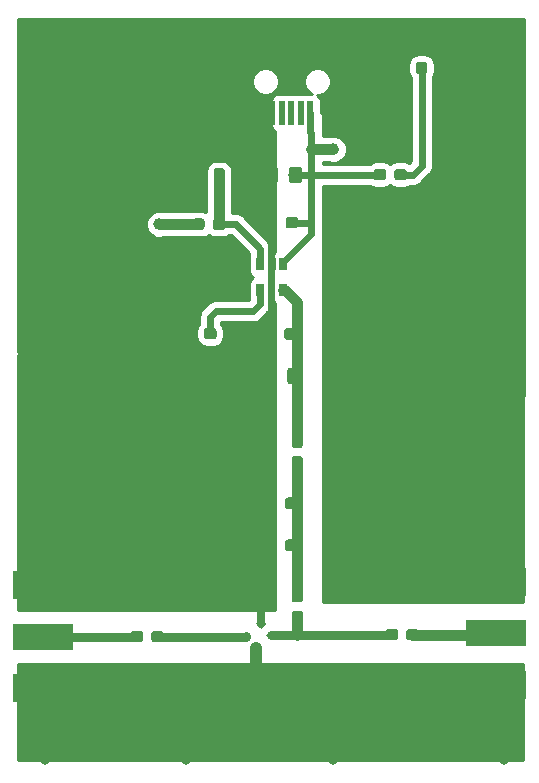
<source format=gbr>
G04 #@! TF.GenerationSoftware,KiCad,Pcbnew,(5.0.0)*
G04 #@! TF.CreationDate,2018-08-28T03:14:06+03:00*
G04 #@! TF.ProjectId,LNA_PCB,4C4E415F5043422E6B696361645F7063,rev?*
G04 #@! TF.SameCoordinates,Original*
G04 #@! TF.FileFunction,Copper,L1,Top,Signal*
G04 #@! TF.FilePolarity,Positive*
%FSLAX46Y46*%
G04 Gerber Fmt 4.6, Leading zero omitted, Abs format (unit mm)*
G04 Created by KiCad (PCBNEW (5.0.0)) date 08/28/18 03:14:06*
%MOMM*%
%LPD*%
G01*
G04 APERTURE LIST*
G04 #@! TA.AperFunction,SMDPad,CuDef*
%ADD10C,0.600000*%
G04 #@! TD*
G04 #@! TA.AperFunction,Conductor*
%ADD11C,0.100000*%
G04 #@! TD*
G04 #@! TA.AperFunction,SMDPad,CuDef*
%ADD12C,1.150000*%
G04 #@! TD*
G04 #@! TA.AperFunction,SMDPad,CuDef*
%ADD13C,0.950000*%
G04 #@! TD*
G04 #@! TA.AperFunction,SMDPad,CuDef*
%ADD14R,0.500000X2.000000*%
G04 #@! TD*
G04 #@! TA.AperFunction,SMDPad,CuDef*
%ADD15R,2.000000X1.700000*%
G04 #@! TD*
G04 #@! TA.AperFunction,Conductor*
%ADD16R,0.950000X0.460000*%
G04 #@! TD*
G04 #@! TA.AperFunction,ViaPad*
%ADD17C,0.970000*%
G04 #@! TD*
G04 #@! TA.AperFunction,SMDPad,CuDef*
%ADD18R,5.080000X2.420000*%
G04 #@! TD*
G04 #@! TA.AperFunction,SMDPad,CuDef*
%ADD19R,5.080000X2.290000*%
G04 #@! TD*
G04 #@! TA.AperFunction,SMDPad,CuDef*
%ADD20R,0.650000X1.060000*%
G04 #@! TD*
G04 #@! TA.AperFunction,ViaPad*
%ADD21C,0.800000*%
G04 #@! TD*
G04 #@! TA.AperFunction,ViaPad*
%ADD22C,1.000000*%
G04 #@! TD*
G04 #@! TA.AperFunction,Conductor*
%ADD23C,0.600000*%
G04 #@! TD*
G04 #@! TA.AperFunction,Conductor*
%ADD24C,0.900000*%
G04 #@! TD*
G04 #@! TA.AperFunction,Conductor*
%ADD25C,1.000000*%
G04 #@! TD*
G04 #@! TA.AperFunction,Conductor*
%ADD26C,0.700000*%
G04 #@! TD*
G04 #@! TA.AperFunction,Conductor*
%ADD27C,0.800000*%
G04 #@! TD*
G04 #@! TA.AperFunction,Conductor*
%ADD28C,0.254000*%
G04 #@! TD*
G04 APERTURE END LIST*
D10*
G04 #@! TO.P,U2,4*
G04 #@! TO.N,GND*
X148880268Y-117313157D03*
D11*
G04 #@! TD*
G04 #@! TO.N,GND*
G04 #@! TO.C,U2*
G36*
X149302918Y-117350134D02*
X148843291Y-117735807D01*
X148457618Y-117276180D01*
X148917245Y-116890507D01*
X149302918Y-117350134D01*
X149302918Y-117350134D01*
G37*
D10*
G04 #@! TO.P,U2,3*
G04 #@! TO.N,Net-(C6-Pad1)*
X148044644Y-116317299D03*
D11*
G04 #@! TD*
G04 #@! TO.N,Net-(C6-Pad1)*
G04 #@! TO.C,U2*
G36*
X148467294Y-116354276D02*
X148007667Y-116739949D01*
X147621994Y-116280322D01*
X148081621Y-115894649D01*
X148467294Y-116354276D01*
X148467294Y-116354276D01*
G37*
D10*
G04 #@! TO.P,U2,2*
G04 #@! TO.N,GND*
X149346920Y-115224560D03*
D11*
G04 #@! TD*
G04 #@! TO.N,GND*
G04 #@! TO.C,U2*
G36*
X149769570Y-115261537D02*
X149309943Y-115647210D01*
X148924270Y-115187583D01*
X149383897Y-114801910D01*
X149769570Y-115261537D01*
X149769570Y-115261537D01*
G37*
D10*
G04 #@! TO.P,U2,1*
G04 #@! TO.N,Net-(C10-Pad2)*
X150182544Y-116220418D03*
D11*
G04 #@! TD*
G04 #@! TO.N,Net-(C10-Pad2)*
G04 #@! TO.C,U2*
G36*
X150605194Y-116257395D02*
X150145567Y-116643068D01*
X149759894Y-116183441D01*
X150219521Y-115797768D01*
X150605194Y-116257395D01*
X150605194Y-116257395D01*
G37*
G04 #@! TO.N,GND*
G04 #@! TO.C,C1*
G36*
X150553763Y-76554760D02*
X150578031Y-76558360D01*
X150601830Y-76564321D01*
X150624929Y-76572586D01*
X150647108Y-76583076D01*
X150668151Y-76595688D01*
X150687857Y-76610303D01*
X150706035Y-76626779D01*
X150722511Y-76644957D01*
X150737126Y-76664663D01*
X150749738Y-76685706D01*
X150760228Y-76707885D01*
X150768493Y-76730984D01*
X150774454Y-76754783D01*
X150778054Y-76779051D01*
X150779258Y-76803555D01*
X150779258Y-77703557D01*
X150778054Y-77728061D01*
X150774454Y-77752329D01*
X150768493Y-77776128D01*
X150760228Y-77799227D01*
X150749738Y-77821406D01*
X150737126Y-77842449D01*
X150722511Y-77862155D01*
X150706035Y-77880333D01*
X150687857Y-77896809D01*
X150668151Y-77911424D01*
X150647108Y-77924036D01*
X150624929Y-77934526D01*
X150601830Y-77942791D01*
X150578031Y-77948752D01*
X150553763Y-77952352D01*
X150529259Y-77953556D01*
X149879257Y-77953556D01*
X149854753Y-77952352D01*
X149830485Y-77948752D01*
X149806686Y-77942791D01*
X149783587Y-77934526D01*
X149761408Y-77924036D01*
X149740365Y-77911424D01*
X149720659Y-77896809D01*
X149702481Y-77880333D01*
X149686005Y-77862155D01*
X149671390Y-77842449D01*
X149658778Y-77821406D01*
X149648288Y-77799227D01*
X149640023Y-77776128D01*
X149634062Y-77752329D01*
X149630462Y-77728061D01*
X149629258Y-77703557D01*
X149629258Y-76803555D01*
X149630462Y-76779051D01*
X149634062Y-76754783D01*
X149640023Y-76730984D01*
X149648288Y-76707885D01*
X149658778Y-76685706D01*
X149671390Y-76664663D01*
X149686005Y-76644957D01*
X149702481Y-76626779D01*
X149720659Y-76610303D01*
X149740365Y-76595688D01*
X149761408Y-76583076D01*
X149783587Y-76572586D01*
X149806686Y-76564321D01*
X149830485Y-76558360D01*
X149854753Y-76554760D01*
X149879257Y-76553556D01*
X150529259Y-76553556D01*
X150553763Y-76554760D01*
X150553763Y-76554760D01*
G37*
D12*
G04 #@! TD*
G04 #@! TO.P,C1,1*
G04 #@! TO.N,GND*
X150204258Y-77253556D03*
D11*
G04 #@! TO.N,Net-(C1-Pad2)*
G04 #@! TO.C,C1*
G36*
X152603763Y-76554760D02*
X152628031Y-76558360D01*
X152651830Y-76564321D01*
X152674929Y-76572586D01*
X152697108Y-76583076D01*
X152718151Y-76595688D01*
X152737857Y-76610303D01*
X152756035Y-76626779D01*
X152772511Y-76644957D01*
X152787126Y-76664663D01*
X152799738Y-76685706D01*
X152810228Y-76707885D01*
X152818493Y-76730984D01*
X152824454Y-76754783D01*
X152828054Y-76779051D01*
X152829258Y-76803555D01*
X152829258Y-77703557D01*
X152828054Y-77728061D01*
X152824454Y-77752329D01*
X152818493Y-77776128D01*
X152810228Y-77799227D01*
X152799738Y-77821406D01*
X152787126Y-77842449D01*
X152772511Y-77862155D01*
X152756035Y-77880333D01*
X152737857Y-77896809D01*
X152718151Y-77911424D01*
X152697108Y-77924036D01*
X152674929Y-77934526D01*
X152651830Y-77942791D01*
X152628031Y-77948752D01*
X152603763Y-77952352D01*
X152579259Y-77953556D01*
X151929257Y-77953556D01*
X151904753Y-77952352D01*
X151880485Y-77948752D01*
X151856686Y-77942791D01*
X151833587Y-77934526D01*
X151811408Y-77924036D01*
X151790365Y-77911424D01*
X151770659Y-77896809D01*
X151752481Y-77880333D01*
X151736005Y-77862155D01*
X151721390Y-77842449D01*
X151708778Y-77821406D01*
X151698288Y-77799227D01*
X151690023Y-77776128D01*
X151684062Y-77752329D01*
X151680462Y-77728061D01*
X151679258Y-77703557D01*
X151679258Y-76803555D01*
X151680462Y-76779051D01*
X151684062Y-76754783D01*
X151690023Y-76730984D01*
X151698288Y-76707885D01*
X151708778Y-76685706D01*
X151721390Y-76664663D01*
X151736005Y-76644957D01*
X151752481Y-76626779D01*
X151770659Y-76610303D01*
X151790365Y-76595688D01*
X151811408Y-76583076D01*
X151833587Y-76572586D01*
X151856686Y-76564321D01*
X151880485Y-76558360D01*
X151904753Y-76554760D01*
X151929257Y-76553556D01*
X152579259Y-76553556D01*
X152603763Y-76554760D01*
X152603763Y-76554760D01*
G37*
D12*
G04 #@! TD*
G04 #@! TO.P,C1,2*
G04 #@! TO.N,Net-(C1-Pad2)*
X152254258Y-77253556D03*
D11*
G04 #@! TO.N,Net-(C2-Pad1)*
G04 #@! TO.C,C2*
G36*
X146056779Y-76678144D02*
X146079834Y-76681563D01*
X146102443Y-76687227D01*
X146124387Y-76695079D01*
X146145457Y-76705044D01*
X146165448Y-76717026D01*
X146184168Y-76730910D01*
X146201438Y-76746562D01*
X146217090Y-76763832D01*
X146230974Y-76782552D01*
X146242956Y-76802543D01*
X146252921Y-76823613D01*
X146260773Y-76845557D01*
X146266437Y-76868166D01*
X146269856Y-76891221D01*
X146271000Y-76914500D01*
X146271000Y-77489500D01*
X146269856Y-77512779D01*
X146266437Y-77535834D01*
X146260773Y-77558443D01*
X146252921Y-77580387D01*
X146242956Y-77601457D01*
X146230974Y-77621448D01*
X146217090Y-77640168D01*
X146201438Y-77657438D01*
X146184168Y-77673090D01*
X146165448Y-77686974D01*
X146145457Y-77698956D01*
X146124387Y-77708921D01*
X146102443Y-77716773D01*
X146079834Y-77722437D01*
X146056779Y-77725856D01*
X146033500Y-77727000D01*
X145558500Y-77727000D01*
X145535221Y-77725856D01*
X145512166Y-77722437D01*
X145489557Y-77716773D01*
X145467613Y-77708921D01*
X145446543Y-77698956D01*
X145426552Y-77686974D01*
X145407832Y-77673090D01*
X145390562Y-77657438D01*
X145374910Y-77640168D01*
X145361026Y-77621448D01*
X145349044Y-77601457D01*
X145339079Y-77580387D01*
X145331227Y-77558443D01*
X145325563Y-77535834D01*
X145322144Y-77512779D01*
X145321000Y-77489500D01*
X145321000Y-76914500D01*
X145322144Y-76891221D01*
X145325563Y-76868166D01*
X145331227Y-76845557D01*
X145339079Y-76823613D01*
X145349044Y-76802543D01*
X145361026Y-76782552D01*
X145374910Y-76763832D01*
X145390562Y-76746562D01*
X145407832Y-76730910D01*
X145426552Y-76717026D01*
X145446543Y-76705044D01*
X145467613Y-76695079D01*
X145489557Y-76687227D01*
X145512166Y-76681563D01*
X145535221Y-76678144D01*
X145558500Y-76677000D01*
X146033500Y-76677000D01*
X146056779Y-76678144D01*
X146056779Y-76678144D01*
G37*
D13*
G04 #@! TD*
G04 #@! TO.P,C2,1*
G04 #@! TO.N,Net-(C2-Pad1)*
X145796000Y-77202000D03*
D11*
G04 #@! TO.N,GND*
G04 #@! TO.C,C2*
G36*
X146056779Y-74928144D02*
X146079834Y-74931563D01*
X146102443Y-74937227D01*
X146124387Y-74945079D01*
X146145457Y-74955044D01*
X146165448Y-74967026D01*
X146184168Y-74980910D01*
X146201438Y-74996562D01*
X146217090Y-75013832D01*
X146230974Y-75032552D01*
X146242956Y-75052543D01*
X146252921Y-75073613D01*
X146260773Y-75095557D01*
X146266437Y-75118166D01*
X146269856Y-75141221D01*
X146271000Y-75164500D01*
X146271000Y-75739500D01*
X146269856Y-75762779D01*
X146266437Y-75785834D01*
X146260773Y-75808443D01*
X146252921Y-75830387D01*
X146242956Y-75851457D01*
X146230974Y-75871448D01*
X146217090Y-75890168D01*
X146201438Y-75907438D01*
X146184168Y-75923090D01*
X146165448Y-75936974D01*
X146145457Y-75948956D01*
X146124387Y-75958921D01*
X146102443Y-75966773D01*
X146079834Y-75972437D01*
X146056779Y-75975856D01*
X146033500Y-75977000D01*
X145558500Y-75977000D01*
X145535221Y-75975856D01*
X145512166Y-75972437D01*
X145489557Y-75966773D01*
X145467613Y-75958921D01*
X145446543Y-75948956D01*
X145426552Y-75936974D01*
X145407832Y-75923090D01*
X145390562Y-75907438D01*
X145374910Y-75890168D01*
X145361026Y-75871448D01*
X145349044Y-75851457D01*
X145339079Y-75830387D01*
X145331227Y-75808443D01*
X145325563Y-75785834D01*
X145322144Y-75762779D01*
X145321000Y-75739500D01*
X145321000Y-75164500D01*
X145322144Y-75141221D01*
X145325563Y-75118166D01*
X145331227Y-75095557D01*
X145339079Y-75073613D01*
X145349044Y-75052543D01*
X145361026Y-75032552D01*
X145374910Y-75013832D01*
X145390562Y-74996562D01*
X145407832Y-74980910D01*
X145426552Y-74967026D01*
X145446543Y-74955044D01*
X145467613Y-74945079D01*
X145489557Y-74937227D01*
X145512166Y-74931563D01*
X145535221Y-74928144D01*
X145558500Y-74927000D01*
X146033500Y-74927000D01*
X146056779Y-74928144D01*
X146056779Y-74928144D01*
G37*
D13*
G04 #@! TD*
G04 #@! TO.P,C2,2*
G04 #@! TO.N,GND*
X145796000Y-75452000D03*
D11*
G04 #@! TO.N,Net-(C1-Pad2)*
G04 #@! TO.C,C3*
G36*
X152257557Y-80815760D02*
X152280612Y-80819179D01*
X152303221Y-80824843D01*
X152325165Y-80832695D01*
X152346235Y-80842660D01*
X152366226Y-80854642D01*
X152384946Y-80868526D01*
X152402216Y-80884178D01*
X152417868Y-80901448D01*
X152431752Y-80920168D01*
X152443734Y-80940159D01*
X152453699Y-80961229D01*
X152461551Y-80983173D01*
X152467215Y-81005782D01*
X152470634Y-81028837D01*
X152471778Y-81052116D01*
X152471778Y-81527116D01*
X152470634Y-81550395D01*
X152467215Y-81573450D01*
X152461551Y-81596059D01*
X152453699Y-81618003D01*
X152443734Y-81639073D01*
X152431752Y-81659064D01*
X152417868Y-81677784D01*
X152402216Y-81695054D01*
X152384946Y-81710706D01*
X152366226Y-81724590D01*
X152346235Y-81736572D01*
X152325165Y-81746537D01*
X152303221Y-81754389D01*
X152280612Y-81760053D01*
X152257557Y-81763472D01*
X152234278Y-81764616D01*
X151659278Y-81764616D01*
X151635999Y-81763472D01*
X151612944Y-81760053D01*
X151590335Y-81754389D01*
X151568391Y-81746537D01*
X151547321Y-81736572D01*
X151527330Y-81724590D01*
X151508610Y-81710706D01*
X151491340Y-81695054D01*
X151475688Y-81677784D01*
X151461804Y-81659064D01*
X151449822Y-81639073D01*
X151439857Y-81618003D01*
X151432005Y-81596059D01*
X151426341Y-81573450D01*
X151422922Y-81550395D01*
X151421778Y-81527116D01*
X151421778Y-81052116D01*
X151422922Y-81028837D01*
X151426341Y-81005782D01*
X151432005Y-80983173D01*
X151439857Y-80961229D01*
X151449822Y-80940159D01*
X151461804Y-80920168D01*
X151475688Y-80901448D01*
X151491340Y-80884178D01*
X151508610Y-80868526D01*
X151527330Y-80854642D01*
X151547321Y-80842660D01*
X151568391Y-80832695D01*
X151590335Y-80824843D01*
X151612944Y-80819179D01*
X151635999Y-80815760D01*
X151659278Y-80814616D01*
X152234278Y-80814616D01*
X152257557Y-80815760D01*
X152257557Y-80815760D01*
G37*
D13*
G04 #@! TD*
G04 #@! TO.P,C3,2*
G04 #@! TO.N,Net-(C1-Pad2)*
X151946778Y-81289616D03*
D11*
G04 #@! TO.N,GND*
G04 #@! TO.C,C3*
G36*
X150507557Y-80815760D02*
X150530612Y-80819179D01*
X150553221Y-80824843D01*
X150575165Y-80832695D01*
X150596235Y-80842660D01*
X150616226Y-80854642D01*
X150634946Y-80868526D01*
X150652216Y-80884178D01*
X150667868Y-80901448D01*
X150681752Y-80920168D01*
X150693734Y-80940159D01*
X150703699Y-80961229D01*
X150711551Y-80983173D01*
X150717215Y-81005782D01*
X150720634Y-81028837D01*
X150721778Y-81052116D01*
X150721778Y-81527116D01*
X150720634Y-81550395D01*
X150717215Y-81573450D01*
X150711551Y-81596059D01*
X150703699Y-81618003D01*
X150693734Y-81639073D01*
X150681752Y-81659064D01*
X150667868Y-81677784D01*
X150652216Y-81695054D01*
X150634946Y-81710706D01*
X150616226Y-81724590D01*
X150596235Y-81736572D01*
X150575165Y-81746537D01*
X150553221Y-81754389D01*
X150530612Y-81760053D01*
X150507557Y-81763472D01*
X150484278Y-81764616D01*
X149909278Y-81764616D01*
X149885999Y-81763472D01*
X149862944Y-81760053D01*
X149840335Y-81754389D01*
X149818391Y-81746537D01*
X149797321Y-81736572D01*
X149777330Y-81724590D01*
X149758610Y-81710706D01*
X149741340Y-81695054D01*
X149725688Y-81677784D01*
X149711804Y-81659064D01*
X149699822Y-81639073D01*
X149689857Y-81618003D01*
X149682005Y-81596059D01*
X149676341Y-81573450D01*
X149672922Y-81550395D01*
X149671778Y-81527116D01*
X149671778Y-81052116D01*
X149672922Y-81028837D01*
X149676341Y-81005782D01*
X149682005Y-80983173D01*
X149689857Y-80961229D01*
X149699822Y-80940159D01*
X149711804Y-80920168D01*
X149725688Y-80901448D01*
X149741340Y-80884178D01*
X149758610Y-80868526D01*
X149777330Y-80854642D01*
X149797321Y-80842660D01*
X149818391Y-80832695D01*
X149840335Y-80824843D01*
X149862944Y-80819179D01*
X149885999Y-80815760D01*
X149909278Y-80814616D01*
X150484278Y-80814616D01*
X150507557Y-80815760D01*
X150507557Y-80815760D01*
G37*
D13*
G04 #@! TD*
G04 #@! TO.P,C3,1*
G04 #@! TO.N,GND*
X150196778Y-81289616D03*
D11*
G04 #@! TO.N,GND*
G04 #@! TO.C,C4*
G36*
X147108779Y-90204144D02*
X147131834Y-90207563D01*
X147154443Y-90213227D01*
X147176387Y-90221079D01*
X147197457Y-90231044D01*
X147217448Y-90243026D01*
X147236168Y-90256910D01*
X147253438Y-90272562D01*
X147269090Y-90289832D01*
X147282974Y-90308552D01*
X147294956Y-90328543D01*
X147304921Y-90349613D01*
X147312773Y-90371557D01*
X147318437Y-90394166D01*
X147321856Y-90417221D01*
X147323000Y-90440500D01*
X147323000Y-90915500D01*
X147321856Y-90938779D01*
X147318437Y-90961834D01*
X147312773Y-90984443D01*
X147304921Y-91006387D01*
X147294956Y-91027457D01*
X147282974Y-91047448D01*
X147269090Y-91066168D01*
X147253438Y-91083438D01*
X147236168Y-91099090D01*
X147217448Y-91112974D01*
X147197457Y-91124956D01*
X147176387Y-91134921D01*
X147154443Y-91142773D01*
X147131834Y-91148437D01*
X147108779Y-91151856D01*
X147085500Y-91153000D01*
X146510500Y-91153000D01*
X146487221Y-91151856D01*
X146464166Y-91148437D01*
X146441557Y-91142773D01*
X146419613Y-91134921D01*
X146398543Y-91124956D01*
X146378552Y-91112974D01*
X146359832Y-91099090D01*
X146342562Y-91083438D01*
X146326910Y-91066168D01*
X146313026Y-91047448D01*
X146301044Y-91027457D01*
X146291079Y-91006387D01*
X146283227Y-90984443D01*
X146277563Y-90961834D01*
X146274144Y-90938779D01*
X146273000Y-90915500D01*
X146273000Y-90440500D01*
X146274144Y-90417221D01*
X146277563Y-90394166D01*
X146283227Y-90371557D01*
X146291079Y-90349613D01*
X146301044Y-90328543D01*
X146313026Y-90308552D01*
X146326910Y-90289832D01*
X146342562Y-90272562D01*
X146359832Y-90256910D01*
X146378552Y-90243026D01*
X146398543Y-90231044D01*
X146419613Y-90221079D01*
X146441557Y-90213227D01*
X146464166Y-90207563D01*
X146487221Y-90204144D01*
X146510500Y-90203000D01*
X147085500Y-90203000D01*
X147108779Y-90204144D01*
X147108779Y-90204144D01*
G37*
D13*
G04 #@! TD*
G04 #@! TO.P,C4,2*
G04 #@! TO.N,GND*
X146798000Y-90678000D03*
D11*
G04 #@! TO.N,Net-(C4-Pad1)*
G04 #@! TO.C,C4*
G36*
X145358779Y-90204144D02*
X145381834Y-90207563D01*
X145404443Y-90213227D01*
X145426387Y-90221079D01*
X145447457Y-90231044D01*
X145467448Y-90243026D01*
X145486168Y-90256910D01*
X145503438Y-90272562D01*
X145519090Y-90289832D01*
X145532974Y-90308552D01*
X145544956Y-90328543D01*
X145554921Y-90349613D01*
X145562773Y-90371557D01*
X145568437Y-90394166D01*
X145571856Y-90417221D01*
X145573000Y-90440500D01*
X145573000Y-90915500D01*
X145571856Y-90938779D01*
X145568437Y-90961834D01*
X145562773Y-90984443D01*
X145554921Y-91006387D01*
X145544956Y-91027457D01*
X145532974Y-91047448D01*
X145519090Y-91066168D01*
X145503438Y-91083438D01*
X145486168Y-91099090D01*
X145467448Y-91112974D01*
X145447457Y-91124956D01*
X145426387Y-91134921D01*
X145404443Y-91142773D01*
X145381834Y-91148437D01*
X145358779Y-91151856D01*
X145335500Y-91153000D01*
X144760500Y-91153000D01*
X144737221Y-91151856D01*
X144714166Y-91148437D01*
X144691557Y-91142773D01*
X144669613Y-91134921D01*
X144648543Y-91124956D01*
X144628552Y-91112974D01*
X144609832Y-91099090D01*
X144592562Y-91083438D01*
X144576910Y-91066168D01*
X144563026Y-91047448D01*
X144551044Y-91027457D01*
X144541079Y-91006387D01*
X144533227Y-90984443D01*
X144527563Y-90961834D01*
X144524144Y-90938779D01*
X144523000Y-90915500D01*
X144523000Y-90440500D01*
X144524144Y-90417221D01*
X144527563Y-90394166D01*
X144533227Y-90371557D01*
X144541079Y-90349613D01*
X144551044Y-90328543D01*
X144563026Y-90308552D01*
X144576910Y-90289832D01*
X144592562Y-90272562D01*
X144609832Y-90256910D01*
X144628552Y-90243026D01*
X144648543Y-90231044D01*
X144669613Y-90221079D01*
X144691557Y-90213227D01*
X144714166Y-90207563D01*
X144737221Y-90204144D01*
X144760500Y-90203000D01*
X145335500Y-90203000D01*
X145358779Y-90204144D01*
X145358779Y-90204144D01*
G37*
D13*
G04 #@! TD*
G04 #@! TO.P,C4,1*
G04 #@! TO.N,Net-(C4-Pad1)*
X145048000Y-90678000D03*
D11*
G04 #@! TO.N,Net-(C5-Pad2)*
G04 #@! TO.C,C5*
G36*
X152490734Y-93562882D02*
X152515002Y-93566482D01*
X152538801Y-93572443D01*
X152561900Y-93580708D01*
X152584079Y-93591198D01*
X152605122Y-93603810D01*
X152624828Y-93618425D01*
X152643006Y-93634901D01*
X152659482Y-93653079D01*
X152674097Y-93672785D01*
X152686709Y-93693828D01*
X152697199Y-93716007D01*
X152705464Y-93739106D01*
X152711425Y-93762905D01*
X152715025Y-93787173D01*
X152716229Y-93811677D01*
X152716229Y-94711679D01*
X152715025Y-94736183D01*
X152711425Y-94760451D01*
X152705464Y-94784250D01*
X152697199Y-94807349D01*
X152686709Y-94829528D01*
X152674097Y-94850571D01*
X152659482Y-94870277D01*
X152643006Y-94888455D01*
X152624828Y-94904931D01*
X152605122Y-94919546D01*
X152584079Y-94932158D01*
X152561900Y-94942648D01*
X152538801Y-94950913D01*
X152515002Y-94956874D01*
X152490734Y-94960474D01*
X152466230Y-94961678D01*
X151816228Y-94961678D01*
X151791724Y-94960474D01*
X151767456Y-94956874D01*
X151743657Y-94950913D01*
X151720558Y-94942648D01*
X151698379Y-94932158D01*
X151677336Y-94919546D01*
X151657630Y-94904931D01*
X151639452Y-94888455D01*
X151622976Y-94870277D01*
X151608361Y-94850571D01*
X151595749Y-94829528D01*
X151585259Y-94807349D01*
X151576994Y-94784250D01*
X151571033Y-94760451D01*
X151567433Y-94736183D01*
X151566229Y-94711679D01*
X151566229Y-93811677D01*
X151567433Y-93787173D01*
X151571033Y-93762905D01*
X151576994Y-93739106D01*
X151585259Y-93716007D01*
X151595749Y-93693828D01*
X151608361Y-93672785D01*
X151622976Y-93653079D01*
X151639452Y-93634901D01*
X151657630Y-93618425D01*
X151677336Y-93603810D01*
X151698379Y-93591198D01*
X151720558Y-93580708D01*
X151743657Y-93572443D01*
X151767456Y-93566482D01*
X151791724Y-93562882D01*
X151816228Y-93561678D01*
X152466230Y-93561678D01*
X152490734Y-93562882D01*
X152490734Y-93562882D01*
G37*
D12*
G04 #@! TD*
G04 #@! TO.P,C5,2*
G04 #@! TO.N,Net-(C5-Pad2)*
X152141229Y-94261678D03*
D11*
G04 #@! TO.N,GND*
G04 #@! TO.C,C5*
G36*
X150440734Y-93562882D02*
X150465002Y-93566482D01*
X150488801Y-93572443D01*
X150511900Y-93580708D01*
X150534079Y-93591198D01*
X150555122Y-93603810D01*
X150574828Y-93618425D01*
X150593006Y-93634901D01*
X150609482Y-93653079D01*
X150624097Y-93672785D01*
X150636709Y-93693828D01*
X150647199Y-93716007D01*
X150655464Y-93739106D01*
X150661425Y-93762905D01*
X150665025Y-93787173D01*
X150666229Y-93811677D01*
X150666229Y-94711679D01*
X150665025Y-94736183D01*
X150661425Y-94760451D01*
X150655464Y-94784250D01*
X150647199Y-94807349D01*
X150636709Y-94829528D01*
X150624097Y-94850571D01*
X150609482Y-94870277D01*
X150593006Y-94888455D01*
X150574828Y-94904931D01*
X150555122Y-94919546D01*
X150534079Y-94932158D01*
X150511900Y-94942648D01*
X150488801Y-94950913D01*
X150465002Y-94956874D01*
X150440734Y-94960474D01*
X150416230Y-94961678D01*
X149766228Y-94961678D01*
X149741724Y-94960474D01*
X149717456Y-94956874D01*
X149693657Y-94950913D01*
X149670558Y-94942648D01*
X149648379Y-94932158D01*
X149627336Y-94919546D01*
X149607630Y-94904931D01*
X149589452Y-94888455D01*
X149572976Y-94870277D01*
X149558361Y-94850571D01*
X149545749Y-94829528D01*
X149535259Y-94807349D01*
X149526994Y-94784250D01*
X149521033Y-94760451D01*
X149517433Y-94736183D01*
X149516229Y-94711679D01*
X149516229Y-93811677D01*
X149517433Y-93787173D01*
X149521033Y-93762905D01*
X149526994Y-93739106D01*
X149535259Y-93716007D01*
X149545749Y-93693828D01*
X149558361Y-93672785D01*
X149572976Y-93653079D01*
X149589452Y-93634901D01*
X149607630Y-93618425D01*
X149627336Y-93603810D01*
X149648379Y-93591198D01*
X149670558Y-93580708D01*
X149693657Y-93572443D01*
X149717456Y-93566482D01*
X149741724Y-93562882D01*
X149766228Y-93561678D01*
X150416230Y-93561678D01*
X150440734Y-93562882D01*
X150440734Y-93562882D01*
G37*
D12*
G04 #@! TD*
G04 #@! TO.P,C5,1*
G04 #@! TO.N,GND*
X150091229Y-94261678D03*
D11*
G04 #@! TO.N,Net-(C6-Pad1)*
G04 #@! TO.C,C6*
G36*
X140885779Y-115858144D02*
X140908834Y-115861563D01*
X140931443Y-115867227D01*
X140953387Y-115875079D01*
X140974457Y-115885044D01*
X140994448Y-115897026D01*
X141013168Y-115910910D01*
X141030438Y-115926562D01*
X141046090Y-115943832D01*
X141059974Y-115962552D01*
X141071956Y-115982543D01*
X141081921Y-116003613D01*
X141089773Y-116025557D01*
X141095437Y-116048166D01*
X141098856Y-116071221D01*
X141100000Y-116094500D01*
X141100000Y-116569500D01*
X141098856Y-116592779D01*
X141095437Y-116615834D01*
X141089773Y-116638443D01*
X141081921Y-116660387D01*
X141071956Y-116681457D01*
X141059974Y-116701448D01*
X141046090Y-116720168D01*
X141030438Y-116737438D01*
X141013168Y-116753090D01*
X140994448Y-116766974D01*
X140974457Y-116778956D01*
X140953387Y-116788921D01*
X140931443Y-116796773D01*
X140908834Y-116802437D01*
X140885779Y-116805856D01*
X140862500Y-116807000D01*
X140287500Y-116807000D01*
X140264221Y-116805856D01*
X140241166Y-116802437D01*
X140218557Y-116796773D01*
X140196613Y-116788921D01*
X140175543Y-116778956D01*
X140155552Y-116766974D01*
X140136832Y-116753090D01*
X140119562Y-116737438D01*
X140103910Y-116720168D01*
X140090026Y-116701448D01*
X140078044Y-116681457D01*
X140068079Y-116660387D01*
X140060227Y-116638443D01*
X140054563Y-116615834D01*
X140051144Y-116592779D01*
X140050000Y-116569500D01*
X140050000Y-116094500D01*
X140051144Y-116071221D01*
X140054563Y-116048166D01*
X140060227Y-116025557D01*
X140068079Y-116003613D01*
X140078044Y-115982543D01*
X140090026Y-115962552D01*
X140103910Y-115943832D01*
X140119562Y-115926562D01*
X140136832Y-115910910D01*
X140155552Y-115897026D01*
X140175543Y-115885044D01*
X140196613Y-115875079D01*
X140218557Y-115867227D01*
X140241166Y-115861563D01*
X140264221Y-115858144D01*
X140287500Y-115857000D01*
X140862500Y-115857000D01*
X140885779Y-115858144D01*
X140885779Y-115858144D01*
G37*
D13*
G04 #@! TD*
G04 #@! TO.P,C6,1*
G04 #@! TO.N,Net-(C6-Pad1)*
X140575000Y-116332000D03*
D11*
G04 #@! TO.N,Net-(C6-Pad2)*
G04 #@! TO.C,C6*
G36*
X139135779Y-115858144D02*
X139158834Y-115861563D01*
X139181443Y-115867227D01*
X139203387Y-115875079D01*
X139224457Y-115885044D01*
X139244448Y-115897026D01*
X139263168Y-115910910D01*
X139280438Y-115926562D01*
X139296090Y-115943832D01*
X139309974Y-115962552D01*
X139321956Y-115982543D01*
X139331921Y-116003613D01*
X139339773Y-116025557D01*
X139345437Y-116048166D01*
X139348856Y-116071221D01*
X139350000Y-116094500D01*
X139350000Y-116569500D01*
X139348856Y-116592779D01*
X139345437Y-116615834D01*
X139339773Y-116638443D01*
X139331921Y-116660387D01*
X139321956Y-116681457D01*
X139309974Y-116701448D01*
X139296090Y-116720168D01*
X139280438Y-116737438D01*
X139263168Y-116753090D01*
X139244448Y-116766974D01*
X139224457Y-116778956D01*
X139203387Y-116788921D01*
X139181443Y-116796773D01*
X139158834Y-116802437D01*
X139135779Y-116805856D01*
X139112500Y-116807000D01*
X138537500Y-116807000D01*
X138514221Y-116805856D01*
X138491166Y-116802437D01*
X138468557Y-116796773D01*
X138446613Y-116788921D01*
X138425543Y-116778956D01*
X138405552Y-116766974D01*
X138386832Y-116753090D01*
X138369562Y-116737438D01*
X138353910Y-116720168D01*
X138340026Y-116701448D01*
X138328044Y-116681457D01*
X138318079Y-116660387D01*
X138310227Y-116638443D01*
X138304563Y-116615834D01*
X138301144Y-116592779D01*
X138300000Y-116569500D01*
X138300000Y-116094500D01*
X138301144Y-116071221D01*
X138304563Y-116048166D01*
X138310227Y-116025557D01*
X138318079Y-116003613D01*
X138328044Y-115982543D01*
X138340026Y-115962552D01*
X138353910Y-115943832D01*
X138369562Y-115926562D01*
X138386832Y-115910910D01*
X138405552Y-115897026D01*
X138425543Y-115885044D01*
X138446613Y-115875079D01*
X138468557Y-115867227D01*
X138491166Y-115861563D01*
X138514221Y-115858144D01*
X138537500Y-115857000D01*
X139112500Y-115857000D01*
X139135779Y-115858144D01*
X139135779Y-115858144D01*
G37*
D13*
G04 #@! TD*
G04 #@! TO.P,C6,2*
G04 #@! TO.N,Net-(C6-Pad2)*
X138825000Y-116332000D03*
D11*
G04 #@! TO.N,GND*
G04 #@! TO.C,C7*
G36*
X150397068Y-90234362D02*
X150420123Y-90237781D01*
X150442732Y-90243445D01*
X150464676Y-90251297D01*
X150485746Y-90261262D01*
X150505737Y-90273244D01*
X150524457Y-90287128D01*
X150541727Y-90302780D01*
X150557379Y-90320050D01*
X150571263Y-90338770D01*
X150583245Y-90358761D01*
X150593210Y-90379831D01*
X150601062Y-90401775D01*
X150606726Y-90424384D01*
X150610145Y-90447439D01*
X150611289Y-90470718D01*
X150611289Y-90945718D01*
X150610145Y-90968997D01*
X150606726Y-90992052D01*
X150601062Y-91014661D01*
X150593210Y-91036605D01*
X150583245Y-91057675D01*
X150571263Y-91077666D01*
X150557379Y-91096386D01*
X150541727Y-91113656D01*
X150524457Y-91129308D01*
X150505737Y-91143192D01*
X150485746Y-91155174D01*
X150464676Y-91165139D01*
X150442732Y-91172991D01*
X150420123Y-91178655D01*
X150397068Y-91182074D01*
X150373789Y-91183218D01*
X149798789Y-91183218D01*
X149775510Y-91182074D01*
X149752455Y-91178655D01*
X149729846Y-91172991D01*
X149707902Y-91165139D01*
X149686832Y-91155174D01*
X149666841Y-91143192D01*
X149648121Y-91129308D01*
X149630851Y-91113656D01*
X149615199Y-91096386D01*
X149601315Y-91077666D01*
X149589333Y-91057675D01*
X149579368Y-91036605D01*
X149571516Y-91014661D01*
X149565852Y-90992052D01*
X149562433Y-90968997D01*
X149561289Y-90945718D01*
X149561289Y-90470718D01*
X149562433Y-90447439D01*
X149565852Y-90424384D01*
X149571516Y-90401775D01*
X149579368Y-90379831D01*
X149589333Y-90358761D01*
X149601315Y-90338770D01*
X149615199Y-90320050D01*
X149630851Y-90302780D01*
X149648121Y-90287128D01*
X149666841Y-90273244D01*
X149686832Y-90261262D01*
X149707902Y-90251297D01*
X149729846Y-90243445D01*
X149752455Y-90237781D01*
X149775510Y-90234362D01*
X149798789Y-90233218D01*
X150373789Y-90233218D01*
X150397068Y-90234362D01*
X150397068Y-90234362D01*
G37*
D13*
G04 #@! TD*
G04 #@! TO.P,C7,1*
G04 #@! TO.N,GND*
X150086289Y-90708218D03*
D11*
G04 #@! TO.N,Net-(C5-Pad2)*
G04 #@! TO.C,C7*
G36*
X152147068Y-90234362D02*
X152170123Y-90237781D01*
X152192732Y-90243445D01*
X152214676Y-90251297D01*
X152235746Y-90261262D01*
X152255737Y-90273244D01*
X152274457Y-90287128D01*
X152291727Y-90302780D01*
X152307379Y-90320050D01*
X152321263Y-90338770D01*
X152333245Y-90358761D01*
X152343210Y-90379831D01*
X152351062Y-90401775D01*
X152356726Y-90424384D01*
X152360145Y-90447439D01*
X152361289Y-90470718D01*
X152361289Y-90945718D01*
X152360145Y-90968997D01*
X152356726Y-90992052D01*
X152351062Y-91014661D01*
X152343210Y-91036605D01*
X152333245Y-91057675D01*
X152321263Y-91077666D01*
X152307379Y-91096386D01*
X152291727Y-91113656D01*
X152274457Y-91129308D01*
X152255737Y-91143192D01*
X152235746Y-91155174D01*
X152214676Y-91165139D01*
X152192732Y-91172991D01*
X152170123Y-91178655D01*
X152147068Y-91182074D01*
X152123789Y-91183218D01*
X151548789Y-91183218D01*
X151525510Y-91182074D01*
X151502455Y-91178655D01*
X151479846Y-91172991D01*
X151457902Y-91165139D01*
X151436832Y-91155174D01*
X151416841Y-91143192D01*
X151398121Y-91129308D01*
X151380851Y-91113656D01*
X151365199Y-91096386D01*
X151351315Y-91077666D01*
X151339333Y-91057675D01*
X151329368Y-91036605D01*
X151321516Y-91014661D01*
X151315852Y-90992052D01*
X151312433Y-90968997D01*
X151311289Y-90945718D01*
X151311289Y-90470718D01*
X151312433Y-90447439D01*
X151315852Y-90424384D01*
X151321516Y-90401775D01*
X151329368Y-90379831D01*
X151339333Y-90358761D01*
X151351315Y-90338770D01*
X151365199Y-90320050D01*
X151380851Y-90302780D01*
X151398121Y-90287128D01*
X151416841Y-90273244D01*
X151436832Y-90261262D01*
X151457902Y-90251297D01*
X151479846Y-90243445D01*
X151502455Y-90237781D01*
X151525510Y-90234362D01*
X151548789Y-90233218D01*
X152123789Y-90233218D01*
X152147068Y-90234362D01*
X152147068Y-90234362D01*
G37*
D13*
G04 #@! TD*
G04 #@! TO.P,C7,2*
G04 #@! TO.N,Net-(C5-Pad2)*
X151836289Y-90708218D03*
D11*
G04 #@! TO.N,Net-(C8-Pad2)*
G04 #@! TO.C,C8*
G36*
X152188779Y-108111144D02*
X152211834Y-108114563D01*
X152234443Y-108120227D01*
X152256387Y-108128079D01*
X152277457Y-108138044D01*
X152297448Y-108150026D01*
X152316168Y-108163910D01*
X152333438Y-108179562D01*
X152349090Y-108196832D01*
X152362974Y-108215552D01*
X152374956Y-108235543D01*
X152384921Y-108256613D01*
X152392773Y-108278557D01*
X152398437Y-108301166D01*
X152401856Y-108324221D01*
X152403000Y-108347500D01*
X152403000Y-108822500D01*
X152401856Y-108845779D01*
X152398437Y-108868834D01*
X152392773Y-108891443D01*
X152384921Y-108913387D01*
X152374956Y-108934457D01*
X152362974Y-108954448D01*
X152349090Y-108973168D01*
X152333438Y-108990438D01*
X152316168Y-109006090D01*
X152297448Y-109019974D01*
X152277457Y-109031956D01*
X152256387Y-109041921D01*
X152234443Y-109049773D01*
X152211834Y-109055437D01*
X152188779Y-109058856D01*
X152165500Y-109060000D01*
X151590500Y-109060000D01*
X151567221Y-109058856D01*
X151544166Y-109055437D01*
X151521557Y-109049773D01*
X151499613Y-109041921D01*
X151478543Y-109031956D01*
X151458552Y-109019974D01*
X151439832Y-109006090D01*
X151422562Y-108990438D01*
X151406910Y-108973168D01*
X151393026Y-108954448D01*
X151381044Y-108934457D01*
X151371079Y-108913387D01*
X151363227Y-108891443D01*
X151357563Y-108868834D01*
X151354144Y-108845779D01*
X151353000Y-108822500D01*
X151353000Y-108347500D01*
X151354144Y-108324221D01*
X151357563Y-108301166D01*
X151363227Y-108278557D01*
X151371079Y-108256613D01*
X151381044Y-108235543D01*
X151393026Y-108215552D01*
X151406910Y-108196832D01*
X151422562Y-108179562D01*
X151439832Y-108163910D01*
X151458552Y-108150026D01*
X151478543Y-108138044D01*
X151499613Y-108128079D01*
X151521557Y-108120227D01*
X151544166Y-108114563D01*
X151567221Y-108111144D01*
X151590500Y-108110000D01*
X152165500Y-108110000D01*
X152188779Y-108111144D01*
X152188779Y-108111144D01*
G37*
D13*
G04 #@! TD*
G04 #@! TO.P,C8,2*
G04 #@! TO.N,Net-(C8-Pad2)*
X151878000Y-108585000D03*
D11*
G04 #@! TO.N,GND*
G04 #@! TO.C,C8*
G36*
X150438779Y-108111144D02*
X150461834Y-108114563D01*
X150484443Y-108120227D01*
X150506387Y-108128079D01*
X150527457Y-108138044D01*
X150547448Y-108150026D01*
X150566168Y-108163910D01*
X150583438Y-108179562D01*
X150599090Y-108196832D01*
X150612974Y-108215552D01*
X150624956Y-108235543D01*
X150634921Y-108256613D01*
X150642773Y-108278557D01*
X150648437Y-108301166D01*
X150651856Y-108324221D01*
X150653000Y-108347500D01*
X150653000Y-108822500D01*
X150651856Y-108845779D01*
X150648437Y-108868834D01*
X150642773Y-108891443D01*
X150634921Y-108913387D01*
X150624956Y-108934457D01*
X150612974Y-108954448D01*
X150599090Y-108973168D01*
X150583438Y-108990438D01*
X150566168Y-109006090D01*
X150547448Y-109019974D01*
X150527457Y-109031956D01*
X150506387Y-109041921D01*
X150484443Y-109049773D01*
X150461834Y-109055437D01*
X150438779Y-109058856D01*
X150415500Y-109060000D01*
X149840500Y-109060000D01*
X149817221Y-109058856D01*
X149794166Y-109055437D01*
X149771557Y-109049773D01*
X149749613Y-109041921D01*
X149728543Y-109031956D01*
X149708552Y-109019974D01*
X149689832Y-109006090D01*
X149672562Y-108990438D01*
X149656910Y-108973168D01*
X149643026Y-108954448D01*
X149631044Y-108934457D01*
X149621079Y-108913387D01*
X149613227Y-108891443D01*
X149607563Y-108868834D01*
X149604144Y-108845779D01*
X149603000Y-108822500D01*
X149603000Y-108347500D01*
X149604144Y-108324221D01*
X149607563Y-108301166D01*
X149613227Y-108278557D01*
X149621079Y-108256613D01*
X149631044Y-108235543D01*
X149643026Y-108215552D01*
X149656910Y-108196832D01*
X149672562Y-108179562D01*
X149689832Y-108163910D01*
X149708552Y-108150026D01*
X149728543Y-108138044D01*
X149749613Y-108128079D01*
X149771557Y-108120227D01*
X149794166Y-108114563D01*
X149817221Y-108111144D01*
X149840500Y-108110000D01*
X150415500Y-108110000D01*
X150438779Y-108111144D01*
X150438779Y-108111144D01*
G37*
D13*
G04 #@! TD*
G04 #@! TO.P,C8,1*
G04 #@! TO.N,GND*
X150128000Y-108585000D03*
D11*
G04 #@! TO.N,GND*
G04 #@! TO.C,C9*
G36*
X150438779Y-104555144D02*
X150461834Y-104558563D01*
X150484443Y-104564227D01*
X150506387Y-104572079D01*
X150527457Y-104582044D01*
X150547448Y-104594026D01*
X150566168Y-104607910D01*
X150583438Y-104623562D01*
X150599090Y-104640832D01*
X150612974Y-104659552D01*
X150624956Y-104679543D01*
X150634921Y-104700613D01*
X150642773Y-104722557D01*
X150648437Y-104745166D01*
X150651856Y-104768221D01*
X150653000Y-104791500D01*
X150653000Y-105266500D01*
X150651856Y-105289779D01*
X150648437Y-105312834D01*
X150642773Y-105335443D01*
X150634921Y-105357387D01*
X150624956Y-105378457D01*
X150612974Y-105398448D01*
X150599090Y-105417168D01*
X150583438Y-105434438D01*
X150566168Y-105450090D01*
X150547448Y-105463974D01*
X150527457Y-105475956D01*
X150506387Y-105485921D01*
X150484443Y-105493773D01*
X150461834Y-105499437D01*
X150438779Y-105502856D01*
X150415500Y-105504000D01*
X149840500Y-105504000D01*
X149817221Y-105502856D01*
X149794166Y-105499437D01*
X149771557Y-105493773D01*
X149749613Y-105485921D01*
X149728543Y-105475956D01*
X149708552Y-105463974D01*
X149689832Y-105450090D01*
X149672562Y-105434438D01*
X149656910Y-105417168D01*
X149643026Y-105398448D01*
X149631044Y-105378457D01*
X149621079Y-105357387D01*
X149613227Y-105335443D01*
X149607563Y-105312834D01*
X149604144Y-105289779D01*
X149603000Y-105266500D01*
X149603000Y-104791500D01*
X149604144Y-104768221D01*
X149607563Y-104745166D01*
X149613227Y-104722557D01*
X149621079Y-104700613D01*
X149631044Y-104679543D01*
X149643026Y-104659552D01*
X149656910Y-104640832D01*
X149672562Y-104623562D01*
X149689832Y-104607910D01*
X149708552Y-104594026D01*
X149728543Y-104582044D01*
X149749613Y-104572079D01*
X149771557Y-104564227D01*
X149794166Y-104558563D01*
X149817221Y-104555144D01*
X149840500Y-104554000D01*
X150415500Y-104554000D01*
X150438779Y-104555144D01*
X150438779Y-104555144D01*
G37*
D13*
G04 #@! TD*
G04 #@! TO.P,C9,1*
G04 #@! TO.N,GND*
X150128000Y-105029000D03*
D11*
G04 #@! TO.N,Net-(C8-Pad2)*
G04 #@! TO.C,C9*
G36*
X152188779Y-104555144D02*
X152211834Y-104558563D01*
X152234443Y-104564227D01*
X152256387Y-104572079D01*
X152277457Y-104582044D01*
X152297448Y-104594026D01*
X152316168Y-104607910D01*
X152333438Y-104623562D01*
X152349090Y-104640832D01*
X152362974Y-104659552D01*
X152374956Y-104679543D01*
X152384921Y-104700613D01*
X152392773Y-104722557D01*
X152398437Y-104745166D01*
X152401856Y-104768221D01*
X152403000Y-104791500D01*
X152403000Y-105266500D01*
X152401856Y-105289779D01*
X152398437Y-105312834D01*
X152392773Y-105335443D01*
X152384921Y-105357387D01*
X152374956Y-105378457D01*
X152362974Y-105398448D01*
X152349090Y-105417168D01*
X152333438Y-105434438D01*
X152316168Y-105450090D01*
X152297448Y-105463974D01*
X152277457Y-105475956D01*
X152256387Y-105485921D01*
X152234443Y-105493773D01*
X152211834Y-105499437D01*
X152188779Y-105502856D01*
X152165500Y-105504000D01*
X151590500Y-105504000D01*
X151567221Y-105502856D01*
X151544166Y-105499437D01*
X151521557Y-105493773D01*
X151499613Y-105485921D01*
X151478543Y-105475956D01*
X151458552Y-105463974D01*
X151439832Y-105450090D01*
X151422562Y-105434438D01*
X151406910Y-105417168D01*
X151393026Y-105398448D01*
X151381044Y-105378457D01*
X151371079Y-105357387D01*
X151363227Y-105335443D01*
X151357563Y-105312834D01*
X151354144Y-105289779D01*
X151353000Y-105266500D01*
X151353000Y-104791500D01*
X151354144Y-104768221D01*
X151357563Y-104745166D01*
X151363227Y-104722557D01*
X151371079Y-104700613D01*
X151381044Y-104679543D01*
X151393026Y-104659552D01*
X151406910Y-104640832D01*
X151422562Y-104623562D01*
X151439832Y-104607910D01*
X151458552Y-104594026D01*
X151478543Y-104582044D01*
X151499613Y-104572079D01*
X151521557Y-104564227D01*
X151544166Y-104558563D01*
X151567221Y-104555144D01*
X151590500Y-104554000D01*
X152165500Y-104554000D01*
X152188779Y-104555144D01*
X152188779Y-104555144D01*
G37*
D13*
G04 #@! TD*
G04 #@! TO.P,C9,2*
G04 #@! TO.N,Net-(C8-Pad2)*
X151878000Y-105029000D03*
D11*
G04 #@! TO.N,Net-(C10-Pad2)*
G04 #@! TO.C,C10*
G36*
X160725779Y-115700664D02*
X160748834Y-115704083D01*
X160771443Y-115709747D01*
X160793387Y-115717599D01*
X160814457Y-115727564D01*
X160834448Y-115739546D01*
X160853168Y-115753430D01*
X160870438Y-115769082D01*
X160886090Y-115786352D01*
X160899974Y-115805072D01*
X160911956Y-115825063D01*
X160921921Y-115846133D01*
X160929773Y-115868077D01*
X160935437Y-115890686D01*
X160938856Y-115913741D01*
X160940000Y-115937020D01*
X160940000Y-116412020D01*
X160938856Y-116435299D01*
X160935437Y-116458354D01*
X160929773Y-116480963D01*
X160921921Y-116502907D01*
X160911956Y-116523977D01*
X160899974Y-116543968D01*
X160886090Y-116562688D01*
X160870438Y-116579958D01*
X160853168Y-116595610D01*
X160834448Y-116609494D01*
X160814457Y-116621476D01*
X160793387Y-116631441D01*
X160771443Y-116639293D01*
X160748834Y-116644957D01*
X160725779Y-116648376D01*
X160702500Y-116649520D01*
X160127500Y-116649520D01*
X160104221Y-116648376D01*
X160081166Y-116644957D01*
X160058557Y-116639293D01*
X160036613Y-116631441D01*
X160015543Y-116621476D01*
X159995552Y-116609494D01*
X159976832Y-116595610D01*
X159959562Y-116579958D01*
X159943910Y-116562688D01*
X159930026Y-116543968D01*
X159918044Y-116523977D01*
X159908079Y-116502907D01*
X159900227Y-116480963D01*
X159894563Y-116458354D01*
X159891144Y-116435299D01*
X159890000Y-116412020D01*
X159890000Y-115937020D01*
X159891144Y-115913741D01*
X159894563Y-115890686D01*
X159900227Y-115868077D01*
X159908079Y-115846133D01*
X159918044Y-115825063D01*
X159930026Y-115805072D01*
X159943910Y-115786352D01*
X159959562Y-115769082D01*
X159976832Y-115753430D01*
X159995552Y-115739546D01*
X160015543Y-115727564D01*
X160036613Y-115717599D01*
X160058557Y-115709747D01*
X160081166Y-115704083D01*
X160104221Y-115700664D01*
X160127500Y-115699520D01*
X160702500Y-115699520D01*
X160725779Y-115700664D01*
X160725779Y-115700664D01*
G37*
D13*
G04 #@! TD*
G04 #@! TO.P,C10,2*
G04 #@! TO.N,Net-(C10-Pad2)*
X160415000Y-116174520D03*
D11*
G04 #@! TO.N,Net-(C10-Pad1)*
G04 #@! TO.C,C10*
G36*
X162475779Y-115700664D02*
X162498834Y-115704083D01*
X162521443Y-115709747D01*
X162543387Y-115717599D01*
X162564457Y-115727564D01*
X162584448Y-115739546D01*
X162603168Y-115753430D01*
X162620438Y-115769082D01*
X162636090Y-115786352D01*
X162649974Y-115805072D01*
X162661956Y-115825063D01*
X162671921Y-115846133D01*
X162679773Y-115868077D01*
X162685437Y-115890686D01*
X162688856Y-115913741D01*
X162690000Y-115937020D01*
X162690000Y-116412020D01*
X162688856Y-116435299D01*
X162685437Y-116458354D01*
X162679773Y-116480963D01*
X162671921Y-116502907D01*
X162661956Y-116523977D01*
X162649974Y-116543968D01*
X162636090Y-116562688D01*
X162620438Y-116579958D01*
X162603168Y-116595610D01*
X162584448Y-116609494D01*
X162564457Y-116621476D01*
X162543387Y-116631441D01*
X162521443Y-116639293D01*
X162498834Y-116644957D01*
X162475779Y-116648376D01*
X162452500Y-116649520D01*
X161877500Y-116649520D01*
X161854221Y-116648376D01*
X161831166Y-116644957D01*
X161808557Y-116639293D01*
X161786613Y-116631441D01*
X161765543Y-116621476D01*
X161745552Y-116609494D01*
X161726832Y-116595610D01*
X161709562Y-116579958D01*
X161693910Y-116562688D01*
X161680026Y-116543968D01*
X161668044Y-116523977D01*
X161658079Y-116502907D01*
X161650227Y-116480963D01*
X161644563Y-116458354D01*
X161641144Y-116435299D01*
X161640000Y-116412020D01*
X161640000Y-115937020D01*
X161641144Y-115913741D01*
X161644563Y-115890686D01*
X161650227Y-115868077D01*
X161658079Y-115846133D01*
X161668044Y-115825063D01*
X161680026Y-115805072D01*
X161693910Y-115786352D01*
X161709562Y-115769082D01*
X161726832Y-115753430D01*
X161745552Y-115739546D01*
X161765543Y-115727564D01*
X161786613Y-115717599D01*
X161808557Y-115709747D01*
X161831166Y-115704083D01*
X161854221Y-115700664D01*
X161877500Y-115699520D01*
X162452500Y-115699520D01*
X162475779Y-115700664D01*
X162475779Y-115700664D01*
G37*
D13*
G04 #@! TD*
G04 #@! TO.P,C10,1*
G04 #@! TO.N,Net-(C10-Pad1)*
X162165000Y-116174520D03*
D11*
G04 #@! TO.N,GND*
G04 #@! TO.C,D1*
G36*
X163201779Y-65911144D02*
X163224834Y-65914563D01*
X163247443Y-65920227D01*
X163269387Y-65928079D01*
X163290457Y-65938044D01*
X163310448Y-65950026D01*
X163329168Y-65963910D01*
X163346438Y-65979562D01*
X163362090Y-65996832D01*
X163375974Y-66015552D01*
X163387956Y-66035543D01*
X163397921Y-66056613D01*
X163405773Y-66078557D01*
X163411437Y-66101166D01*
X163414856Y-66124221D01*
X163416000Y-66147500D01*
X163416000Y-66722500D01*
X163414856Y-66745779D01*
X163411437Y-66768834D01*
X163405773Y-66791443D01*
X163397921Y-66813387D01*
X163387956Y-66834457D01*
X163375974Y-66854448D01*
X163362090Y-66873168D01*
X163346438Y-66890438D01*
X163329168Y-66906090D01*
X163310448Y-66919974D01*
X163290457Y-66931956D01*
X163269387Y-66941921D01*
X163247443Y-66949773D01*
X163224834Y-66955437D01*
X163201779Y-66958856D01*
X163178500Y-66960000D01*
X162703500Y-66960000D01*
X162680221Y-66958856D01*
X162657166Y-66955437D01*
X162634557Y-66949773D01*
X162612613Y-66941921D01*
X162591543Y-66931956D01*
X162571552Y-66919974D01*
X162552832Y-66906090D01*
X162535562Y-66890438D01*
X162519910Y-66873168D01*
X162506026Y-66854448D01*
X162494044Y-66834457D01*
X162484079Y-66813387D01*
X162476227Y-66791443D01*
X162470563Y-66768834D01*
X162467144Y-66745779D01*
X162466000Y-66722500D01*
X162466000Y-66147500D01*
X162467144Y-66124221D01*
X162470563Y-66101166D01*
X162476227Y-66078557D01*
X162484079Y-66056613D01*
X162494044Y-66035543D01*
X162506026Y-66015552D01*
X162519910Y-65996832D01*
X162535562Y-65979562D01*
X162552832Y-65963910D01*
X162571552Y-65950026D01*
X162591543Y-65938044D01*
X162612613Y-65928079D01*
X162634557Y-65920227D01*
X162657166Y-65914563D01*
X162680221Y-65911144D01*
X162703500Y-65910000D01*
X163178500Y-65910000D01*
X163201779Y-65911144D01*
X163201779Y-65911144D01*
G37*
D13*
G04 #@! TD*
G04 #@! TO.P,D1,1*
G04 #@! TO.N,GND*
X162941000Y-66435000D03*
D11*
G04 #@! TO.N,Net-(D1-Pad2)*
G04 #@! TO.C,D1*
G36*
X163201779Y-67661144D02*
X163224834Y-67664563D01*
X163247443Y-67670227D01*
X163269387Y-67678079D01*
X163290457Y-67688044D01*
X163310448Y-67700026D01*
X163329168Y-67713910D01*
X163346438Y-67729562D01*
X163362090Y-67746832D01*
X163375974Y-67765552D01*
X163387956Y-67785543D01*
X163397921Y-67806613D01*
X163405773Y-67828557D01*
X163411437Y-67851166D01*
X163414856Y-67874221D01*
X163416000Y-67897500D01*
X163416000Y-68472500D01*
X163414856Y-68495779D01*
X163411437Y-68518834D01*
X163405773Y-68541443D01*
X163397921Y-68563387D01*
X163387956Y-68584457D01*
X163375974Y-68604448D01*
X163362090Y-68623168D01*
X163346438Y-68640438D01*
X163329168Y-68656090D01*
X163310448Y-68669974D01*
X163290457Y-68681956D01*
X163269387Y-68691921D01*
X163247443Y-68699773D01*
X163224834Y-68705437D01*
X163201779Y-68708856D01*
X163178500Y-68710000D01*
X162703500Y-68710000D01*
X162680221Y-68708856D01*
X162657166Y-68705437D01*
X162634557Y-68699773D01*
X162612613Y-68691921D01*
X162591543Y-68681956D01*
X162571552Y-68669974D01*
X162552832Y-68656090D01*
X162535562Y-68640438D01*
X162519910Y-68623168D01*
X162506026Y-68604448D01*
X162494044Y-68584457D01*
X162484079Y-68563387D01*
X162476227Y-68541443D01*
X162470563Y-68518834D01*
X162467144Y-68495779D01*
X162466000Y-68472500D01*
X162466000Y-67897500D01*
X162467144Y-67874221D01*
X162470563Y-67851166D01*
X162476227Y-67828557D01*
X162484079Y-67806613D01*
X162494044Y-67785543D01*
X162506026Y-67765552D01*
X162519910Y-67746832D01*
X162535562Y-67729562D01*
X162552832Y-67713910D01*
X162571552Y-67700026D01*
X162591543Y-67688044D01*
X162612613Y-67678079D01*
X162634557Y-67670227D01*
X162657166Y-67664563D01*
X162680221Y-67661144D01*
X162703500Y-67660000D01*
X163178500Y-67660000D01*
X163201779Y-67661144D01*
X163201779Y-67661144D01*
G37*
D13*
G04 #@! TD*
G04 #@! TO.P,D1,2*
G04 #@! TO.N,Net-(D1-Pad2)*
X162941000Y-68185000D03*
D14*
G04 #@! TO.P,J1,1*
G04 #@! TO.N,Net-(C1-Pad2)*
X153494738Y-72018596D03*
G04 #@! TO.P,J1,2*
G04 #@! TO.N,N/C*
X152694738Y-72018596D03*
G04 #@! TO.P,J1,3*
X151894738Y-72018596D03*
G04 #@! TO.P,J1,4*
X151094738Y-72018596D03*
G04 #@! TO.P,J1,5*
G04 #@! TO.N,GND*
X150294738Y-72018596D03*
D15*
G04 #@! TO.P,J1,6*
X156344738Y-71918596D03*
X156344738Y-66468596D03*
X147444738Y-71918596D03*
X147444738Y-66468596D03*
G04 #@! TD*
D16*
G04 #@! TO.N,GND*
G04 #@! TO.C,J2*
X133858000Y-120712000D03*
X133858000Y-111952000D03*
D17*
X134308000Y-120712000D03*
X134308000Y-111952000D03*
D18*
G04 #@! TD*
G04 #@! TO.P,J2,2*
G04 #@! TO.N,GND*
X130868000Y-120712000D03*
G04 #@! TO.P,J2,2*
G04 #@! TO.N,GND*
X130868000Y-111952000D03*
D19*
G04 #@! TO.P,J2,1*
G04 #@! TO.N,Net-(C6-Pad2)*
X130868000Y-116332000D03*
G04 #@! TD*
G04 #@! TO.P,J3,1*
G04 #@! TO.N,Net-(C10-Pad1)*
X169270680Y-116047520D03*
D18*
G04 #@! TO.P,J3,2*
G04 #@! TO.N,GND*
X169270680Y-120427520D03*
X169270680Y-111667520D03*
D17*
G04 #@! TD*
G04 #@! TO.N,GND*
G04 #@! TO.C,J3*
X165830680Y-120427520D03*
G04 #@! TO.N,GND*
G04 #@! TO.C,J3*
X165830680Y-111667520D03*
D16*
X166280680Y-120427520D03*
X166280680Y-111667520D03*
G04 #@! TD*
D11*
G04 #@! TO.N,Net-(C8-Pad2)*
G04 #@! TO.C,L1*
G36*
X152660779Y-112393144D02*
X152683834Y-112396563D01*
X152706443Y-112402227D01*
X152728387Y-112410079D01*
X152749457Y-112420044D01*
X152769448Y-112432026D01*
X152788168Y-112445910D01*
X152805438Y-112461562D01*
X152821090Y-112478832D01*
X152834974Y-112497552D01*
X152846956Y-112517543D01*
X152856921Y-112538613D01*
X152864773Y-112560557D01*
X152870437Y-112583166D01*
X152873856Y-112606221D01*
X152875000Y-112629500D01*
X152875000Y-113204500D01*
X152873856Y-113227779D01*
X152870437Y-113250834D01*
X152864773Y-113273443D01*
X152856921Y-113295387D01*
X152846956Y-113316457D01*
X152834974Y-113336448D01*
X152821090Y-113355168D01*
X152805438Y-113372438D01*
X152788168Y-113388090D01*
X152769448Y-113401974D01*
X152749457Y-113413956D01*
X152728387Y-113423921D01*
X152706443Y-113431773D01*
X152683834Y-113437437D01*
X152660779Y-113440856D01*
X152637500Y-113442000D01*
X152162500Y-113442000D01*
X152139221Y-113440856D01*
X152116166Y-113437437D01*
X152093557Y-113431773D01*
X152071613Y-113423921D01*
X152050543Y-113413956D01*
X152030552Y-113401974D01*
X152011832Y-113388090D01*
X151994562Y-113372438D01*
X151978910Y-113355168D01*
X151965026Y-113336448D01*
X151953044Y-113316457D01*
X151943079Y-113295387D01*
X151935227Y-113273443D01*
X151929563Y-113250834D01*
X151926144Y-113227779D01*
X151925000Y-113204500D01*
X151925000Y-112629500D01*
X151926144Y-112606221D01*
X151929563Y-112583166D01*
X151935227Y-112560557D01*
X151943079Y-112538613D01*
X151953044Y-112517543D01*
X151965026Y-112497552D01*
X151978910Y-112478832D01*
X151994562Y-112461562D01*
X152011832Y-112445910D01*
X152030552Y-112432026D01*
X152050543Y-112420044D01*
X152071613Y-112410079D01*
X152093557Y-112402227D01*
X152116166Y-112396563D01*
X152139221Y-112393144D01*
X152162500Y-112392000D01*
X152637500Y-112392000D01*
X152660779Y-112393144D01*
X152660779Y-112393144D01*
G37*
D13*
G04 #@! TD*
G04 #@! TO.P,L1,1*
G04 #@! TO.N,Net-(C8-Pad2)*
X152400000Y-112917000D03*
D11*
G04 #@! TO.N,Net-(C10-Pad2)*
G04 #@! TO.C,L1*
G36*
X152660779Y-114143144D02*
X152683834Y-114146563D01*
X152706443Y-114152227D01*
X152728387Y-114160079D01*
X152749457Y-114170044D01*
X152769448Y-114182026D01*
X152788168Y-114195910D01*
X152805438Y-114211562D01*
X152821090Y-114228832D01*
X152834974Y-114247552D01*
X152846956Y-114267543D01*
X152856921Y-114288613D01*
X152864773Y-114310557D01*
X152870437Y-114333166D01*
X152873856Y-114356221D01*
X152875000Y-114379500D01*
X152875000Y-114954500D01*
X152873856Y-114977779D01*
X152870437Y-115000834D01*
X152864773Y-115023443D01*
X152856921Y-115045387D01*
X152846956Y-115066457D01*
X152834974Y-115086448D01*
X152821090Y-115105168D01*
X152805438Y-115122438D01*
X152788168Y-115138090D01*
X152769448Y-115151974D01*
X152749457Y-115163956D01*
X152728387Y-115173921D01*
X152706443Y-115181773D01*
X152683834Y-115187437D01*
X152660779Y-115190856D01*
X152637500Y-115192000D01*
X152162500Y-115192000D01*
X152139221Y-115190856D01*
X152116166Y-115187437D01*
X152093557Y-115181773D01*
X152071613Y-115173921D01*
X152050543Y-115163956D01*
X152030552Y-115151974D01*
X152011832Y-115138090D01*
X151994562Y-115122438D01*
X151978910Y-115105168D01*
X151965026Y-115086448D01*
X151953044Y-115066457D01*
X151943079Y-115045387D01*
X151935227Y-115023443D01*
X151929563Y-115000834D01*
X151926144Y-114977779D01*
X151925000Y-114954500D01*
X151925000Y-114379500D01*
X151926144Y-114356221D01*
X151929563Y-114333166D01*
X151935227Y-114310557D01*
X151943079Y-114288613D01*
X151953044Y-114267543D01*
X151965026Y-114247552D01*
X151978910Y-114228832D01*
X151994562Y-114211562D01*
X152011832Y-114195910D01*
X152030552Y-114182026D01*
X152050543Y-114170044D01*
X152071613Y-114160079D01*
X152093557Y-114152227D01*
X152116166Y-114146563D01*
X152139221Y-114143144D01*
X152162500Y-114142000D01*
X152637500Y-114142000D01*
X152660779Y-114143144D01*
X152660779Y-114143144D01*
G37*
D13*
G04 #@! TD*
G04 #@! TO.P,L1,2*
G04 #@! TO.N,Net-(C10-Pad2)*
X152400000Y-114667000D03*
D11*
G04 #@! TO.N,Net-(C1-Pad2)*
G04 #@! TO.C,R1*
G36*
X144342779Y-80933144D02*
X144365834Y-80936563D01*
X144388443Y-80942227D01*
X144410387Y-80950079D01*
X144431457Y-80960044D01*
X144451448Y-80972026D01*
X144470168Y-80985910D01*
X144487438Y-81001562D01*
X144503090Y-81018832D01*
X144516974Y-81037552D01*
X144528956Y-81057543D01*
X144538921Y-81078613D01*
X144546773Y-81100557D01*
X144552437Y-81123166D01*
X144555856Y-81146221D01*
X144557000Y-81169500D01*
X144557000Y-81644500D01*
X144555856Y-81667779D01*
X144552437Y-81690834D01*
X144546773Y-81713443D01*
X144538921Y-81735387D01*
X144528956Y-81756457D01*
X144516974Y-81776448D01*
X144503090Y-81795168D01*
X144487438Y-81812438D01*
X144470168Y-81828090D01*
X144451448Y-81841974D01*
X144431457Y-81853956D01*
X144410387Y-81863921D01*
X144388443Y-81871773D01*
X144365834Y-81877437D01*
X144342779Y-81880856D01*
X144319500Y-81882000D01*
X143744500Y-81882000D01*
X143721221Y-81880856D01*
X143698166Y-81877437D01*
X143675557Y-81871773D01*
X143653613Y-81863921D01*
X143632543Y-81853956D01*
X143612552Y-81841974D01*
X143593832Y-81828090D01*
X143576562Y-81812438D01*
X143560910Y-81795168D01*
X143547026Y-81776448D01*
X143535044Y-81756457D01*
X143525079Y-81735387D01*
X143517227Y-81713443D01*
X143511563Y-81690834D01*
X143508144Y-81667779D01*
X143507000Y-81644500D01*
X143507000Y-81169500D01*
X143508144Y-81146221D01*
X143511563Y-81123166D01*
X143517227Y-81100557D01*
X143525079Y-81078613D01*
X143535044Y-81057543D01*
X143547026Y-81037552D01*
X143560910Y-81018832D01*
X143576562Y-81001562D01*
X143593832Y-80985910D01*
X143612552Y-80972026D01*
X143632543Y-80960044D01*
X143653613Y-80950079D01*
X143675557Y-80942227D01*
X143698166Y-80936563D01*
X143721221Y-80933144D01*
X143744500Y-80932000D01*
X144319500Y-80932000D01*
X144342779Y-80933144D01*
X144342779Y-80933144D01*
G37*
D13*
G04 #@! TD*
G04 #@! TO.P,R1,2*
G04 #@! TO.N,Net-(C1-Pad2)*
X144032000Y-81407000D03*
D11*
G04 #@! TO.N,Net-(C2-Pad1)*
G04 #@! TO.C,R1*
G36*
X146092779Y-80933144D02*
X146115834Y-80936563D01*
X146138443Y-80942227D01*
X146160387Y-80950079D01*
X146181457Y-80960044D01*
X146201448Y-80972026D01*
X146220168Y-80985910D01*
X146237438Y-81001562D01*
X146253090Y-81018832D01*
X146266974Y-81037552D01*
X146278956Y-81057543D01*
X146288921Y-81078613D01*
X146296773Y-81100557D01*
X146302437Y-81123166D01*
X146305856Y-81146221D01*
X146307000Y-81169500D01*
X146307000Y-81644500D01*
X146305856Y-81667779D01*
X146302437Y-81690834D01*
X146296773Y-81713443D01*
X146288921Y-81735387D01*
X146278956Y-81756457D01*
X146266974Y-81776448D01*
X146253090Y-81795168D01*
X146237438Y-81812438D01*
X146220168Y-81828090D01*
X146201448Y-81841974D01*
X146181457Y-81853956D01*
X146160387Y-81863921D01*
X146138443Y-81871773D01*
X146115834Y-81877437D01*
X146092779Y-81880856D01*
X146069500Y-81882000D01*
X145494500Y-81882000D01*
X145471221Y-81880856D01*
X145448166Y-81877437D01*
X145425557Y-81871773D01*
X145403613Y-81863921D01*
X145382543Y-81853956D01*
X145362552Y-81841974D01*
X145343832Y-81828090D01*
X145326562Y-81812438D01*
X145310910Y-81795168D01*
X145297026Y-81776448D01*
X145285044Y-81756457D01*
X145275079Y-81735387D01*
X145267227Y-81713443D01*
X145261563Y-81690834D01*
X145258144Y-81667779D01*
X145257000Y-81644500D01*
X145257000Y-81169500D01*
X145258144Y-81146221D01*
X145261563Y-81123166D01*
X145267227Y-81100557D01*
X145275079Y-81078613D01*
X145285044Y-81057543D01*
X145297026Y-81037552D01*
X145310910Y-81018832D01*
X145326562Y-81001562D01*
X145343832Y-80985910D01*
X145362552Y-80972026D01*
X145382543Y-80960044D01*
X145403613Y-80950079D01*
X145425557Y-80942227D01*
X145448166Y-80936563D01*
X145471221Y-80933144D01*
X145494500Y-80932000D01*
X146069500Y-80932000D01*
X146092779Y-80933144D01*
X146092779Y-80933144D01*
G37*
D13*
G04 #@! TD*
G04 #@! TO.P,R1,1*
G04 #@! TO.N,Net-(C2-Pad1)*
X145782000Y-81407000D03*
D11*
G04 #@! TO.N,Net-(C1-Pad2)*
G04 #@! TO.C,R2*
G36*
X159709779Y-76742144D02*
X159732834Y-76745563D01*
X159755443Y-76751227D01*
X159777387Y-76759079D01*
X159798457Y-76769044D01*
X159818448Y-76781026D01*
X159837168Y-76794910D01*
X159854438Y-76810562D01*
X159870090Y-76827832D01*
X159883974Y-76846552D01*
X159895956Y-76866543D01*
X159905921Y-76887613D01*
X159913773Y-76909557D01*
X159919437Y-76932166D01*
X159922856Y-76955221D01*
X159924000Y-76978500D01*
X159924000Y-77453500D01*
X159922856Y-77476779D01*
X159919437Y-77499834D01*
X159913773Y-77522443D01*
X159905921Y-77544387D01*
X159895956Y-77565457D01*
X159883974Y-77585448D01*
X159870090Y-77604168D01*
X159854438Y-77621438D01*
X159837168Y-77637090D01*
X159818448Y-77650974D01*
X159798457Y-77662956D01*
X159777387Y-77672921D01*
X159755443Y-77680773D01*
X159732834Y-77686437D01*
X159709779Y-77689856D01*
X159686500Y-77691000D01*
X159111500Y-77691000D01*
X159088221Y-77689856D01*
X159065166Y-77686437D01*
X159042557Y-77680773D01*
X159020613Y-77672921D01*
X158999543Y-77662956D01*
X158979552Y-77650974D01*
X158960832Y-77637090D01*
X158943562Y-77621438D01*
X158927910Y-77604168D01*
X158914026Y-77585448D01*
X158902044Y-77565457D01*
X158892079Y-77544387D01*
X158884227Y-77522443D01*
X158878563Y-77499834D01*
X158875144Y-77476779D01*
X158874000Y-77453500D01*
X158874000Y-76978500D01*
X158875144Y-76955221D01*
X158878563Y-76932166D01*
X158884227Y-76909557D01*
X158892079Y-76887613D01*
X158902044Y-76866543D01*
X158914026Y-76846552D01*
X158927910Y-76827832D01*
X158943562Y-76810562D01*
X158960832Y-76794910D01*
X158979552Y-76781026D01*
X158999543Y-76769044D01*
X159020613Y-76759079D01*
X159042557Y-76751227D01*
X159065166Y-76745563D01*
X159088221Y-76742144D01*
X159111500Y-76741000D01*
X159686500Y-76741000D01*
X159709779Y-76742144D01*
X159709779Y-76742144D01*
G37*
D13*
G04 #@! TD*
G04 #@! TO.P,R2,1*
G04 #@! TO.N,Net-(C1-Pad2)*
X159399000Y-77216000D03*
D11*
G04 #@! TO.N,Net-(D1-Pad2)*
G04 #@! TO.C,R2*
G36*
X161459779Y-76742144D02*
X161482834Y-76745563D01*
X161505443Y-76751227D01*
X161527387Y-76759079D01*
X161548457Y-76769044D01*
X161568448Y-76781026D01*
X161587168Y-76794910D01*
X161604438Y-76810562D01*
X161620090Y-76827832D01*
X161633974Y-76846552D01*
X161645956Y-76866543D01*
X161655921Y-76887613D01*
X161663773Y-76909557D01*
X161669437Y-76932166D01*
X161672856Y-76955221D01*
X161674000Y-76978500D01*
X161674000Y-77453500D01*
X161672856Y-77476779D01*
X161669437Y-77499834D01*
X161663773Y-77522443D01*
X161655921Y-77544387D01*
X161645956Y-77565457D01*
X161633974Y-77585448D01*
X161620090Y-77604168D01*
X161604438Y-77621438D01*
X161587168Y-77637090D01*
X161568448Y-77650974D01*
X161548457Y-77662956D01*
X161527387Y-77672921D01*
X161505443Y-77680773D01*
X161482834Y-77686437D01*
X161459779Y-77689856D01*
X161436500Y-77691000D01*
X160861500Y-77691000D01*
X160838221Y-77689856D01*
X160815166Y-77686437D01*
X160792557Y-77680773D01*
X160770613Y-77672921D01*
X160749543Y-77662956D01*
X160729552Y-77650974D01*
X160710832Y-77637090D01*
X160693562Y-77621438D01*
X160677910Y-77604168D01*
X160664026Y-77585448D01*
X160652044Y-77565457D01*
X160642079Y-77544387D01*
X160634227Y-77522443D01*
X160628563Y-77499834D01*
X160625144Y-77476779D01*
X160624000Y-77453500D01*
X160624000Y-76978500D01*
X160625144Y-76955221D01*
X160628563Y-76932166D01*
X160634227Y-76909557D01*
X160642079Y-76887613D01*
X160652044Y-76866543D01*
X160664026Y-76846552D01*
X160677910Y-76827832D01*
X160693562Y-76810562D01*
X160710832Y-76794910D01*
X160729552Y-76781026D01*
X160749543Y-76769044D01*
X160770613Y-76759079D01*
X160792557Y-76751227D01*
X160815166Y-76745563D01*
X160838221Y-76742144D01*
X160861500Y-76741000D01*
X161436500Y-76741000D01*
X161459779Y-76742144D01*
X161459779Y-76742144D01*
G37*
D13*
G04 #@! TD*
G04 #@! TO.P,R2,2*
G04 #@! TO.N,Net-(D1-Pad2)*
X161149000Y-77216000D03*
D20*
G04 #@! TO.P,U1,1*
G04 #@! TO.N,Net-(C1-Pad2)*
X151191000Y-84822576D03*
G04 #@! TO.P,U1,2*
G04 #@! TO.N,GND*
X150241000Y-84822576D03*
G04 #@! TO.P,U1,3*
G04 #@! TO.N,Net-(C2-Pad1)*
X149291000Y-84822576D03*
G04 #@! TO.P,U1,4*
G04 #@! TO.N,Net-(C4-Pad1)*
X149291000Y-87022576D03*
G04 #@! TO.P,U1,5*
G04 #@! TO.N,Net-(C5-Pad2)*
X151191000Y-87022576D03*
G04 #@! TD*
D11*
G04 #@! TO.N,Net-(C5-Pad2)*
G04 #@! TO.C,R3*
G36*
X152660779Y-99312144D02*
X152683834Y-99315563D01*
X152706443Y-99321227D01*
X152728387Y-99329079D01*
X152749457Y-99339044D01*
X152769448Y-99351026D01*
X152788168Y-99364910D01*
X152805438Y-99380562D01*
X152821090Y-99397832D01*
X152834974Y-99416552D01*
X152846956Y-99436543D01*
X152856921Y-99457613D01*
X152864773Y-99479557D01*
X152870437Y-99502166D01*
X152873856Y-99525221D01*
X152875000Y-99548500D01*
X152875000Y-100123500D01*
X152873856Y-100146779D01*
X152870437Y-100169834D01*
X152864773Y-100192443D01*
X152856921Y-100214387D01*
X152846956Y-100235457D01*
X152834974Y-100255448D01*
X152821090Y-100274168D01*
X152805438Y-100291438D01*
X152788168Y-100307090D01*
X152769448Y-100320974D01*
X152749457Y-100332956D01*
X152728387Y-100342921D01*
X152706443Y-100350773D01*
X152683834Y-100356437D01*
X152660779Y-100359856D01*
X152637500Y-100361000D01*
X152162500Y-100361000D01*
X152139221Y-100359856D01*
X152116166Y-100356437D01*
X152093557Y-100350773D01*
X152071613Y-100342921D01*
X152050543Y-100332956D01*
X152030552Y-100320974D01*
X152011832Y-100307090D01*
X151994562Y-100291438D01*
X151978910Y-100274168D01*
X151965026Y-100255448D01*
X151953044Y-100235457D01*
X151943079Y-100214387D01*
X151935227Y-100192443D01*
X151929563Y-100169834D01*
X151926144Y-100146779D01*
X151925000Y-100123500D01*
X151925000Y-99548500D01*
X151926144Y-99525221D01*
X151929563Y-99502166D01*
X151935227Y-99479557D01*
X151943079Y-99457613D01*
X151953044Y-99436543D01*
X151965026Y-99416552D01*
X151978910Y-99397832D01*
X151994562Y-99380562D01*
X152011832Y-99364910D01*
X152030552Y-99351026D01*
X152050543Y-99339044D01*
X152071613Y-99329079D01*
X152093557Y-99321227D01*
X152116166Y-99315563D01*
X152139221Y-99312144D01*
X152162500Y-99311000D01*
X152637500Y-99311000D01*
X152660779Y-99312144D01*
X152660779Y-99312144D01*
G37*
D13*
G04 #@! TD*
G04 #@! TO.P,R3,1*
G04 #@! TO.N,Net-(C5-Pad2)*
X152400000Y-99836000D03*
D11*
G04 #@! TO.N,Net-(C8-Pad2)*
G04 #@! TO.C,R3*
G36*
X152660779Y-101062144D02*
X152683834Y-101065563D01*
X152706443Y-101071227D01*
X152728387Y-101079079D01*
X152749457Y-101089044D01*
X152769448Y-101101026D01*
X152788168Y-101114910D01*
X152805438Y-101130562D01*
X152821090Y-101147832D01*
X152834974Y-101166552D01*
X152846956Y-101186543D01*
X152856921Y-101207613D01*
X152864773Y-101229557D01*
X152870437Y-101252166D01*
X152873856Y-101275221D01*
X152875000Y-101298500D01*
X152875000Y-101873500D01*
X152873856Y-101896779D01*
X152870437Y-101919834D01*
X152864773Y-101942443D01*
X152856921Y-101964387D01*
X152846956Y-101985457D01*
X152834974Y-102005448D01*
X152821090Y-102024168D01*
X152805438Y-102041438D01*
X152788168Y-102057090D01*
X152769448Y-102070974D01*
X152749457Y-102082956D01*
X152728387Y-102092921D01*
X152706443Y-102100773D01*
X152683834Y-102106437D01*
X152660779Y-102109856D01*
X152637500Y-102111000D01*
X152162500Y-102111000D01*
X152139221Y-102109856D01*
X152116166Y-102106437D01*
X152093557Y-102100773D01*
X152071613Y-102092921D01*
X152050543Y-102082956D01*
X152030552Y-102070974D01*
X152011832Y-102057090D01*
X151994562Y-102041438D01*
X151978910Y-102024168D01*
X151965026Y-102005448D01*
X151953044Y-101985457D01*
X151943079Y-101964387D01*
X151935227Y-101942443D01*
X151929563Y-101919834D01*
X151926144Y-101896779D01*
X151925000Y-101873500D01*
X151925000Y-101298500D01*
X151926144Y-101275221D01*
X151929563Y-101252166D01*
X151935227Y-101229557D01*
X151943079Y-101207613D01*
X151953044Y-101186543D01*
X151965026Y-101166552D01*
X151978910Y-101147832D01*
X151994562Y-101130562D01*
X152011832Y-101114910D01*
X152030552Y-101101026D01*
X152050543Y-101089044D01*
X152071613Y-101079079D01*
X152093557Y-101071227D01*
X152116166Y-101065563D01*
X152139221Y-101062144D01*
X152162500Y-101061000D01*
X152637500Y-101061000D01*
X152660779Y-101062144D01*
X152660779Y-101062144D01*
G37*
D13*
G04 #@! TD*
G04 #@! TO.P,R3,2*
G04 #@! TO.N,Net-(C8-Pad2)*
X152400000Y-101586000D03*
D21*
G04 #@! TO.N,GND*
X137414000Y-119380000D03*
X141224000Y-119380000D03*
X145542000Y-119380000D03*
X149860000Y-119380000D03*
X154432000Y-119380000D03*
X158496000Y-119380000D03*
X162306000Y-119380000D03*
X137160000Y-113030000D03*
X141224000Y-113030000D03*
X145542000Y-113030000D03*
X148844000Y-113030000D03*
X148844000Y-109474000D03*
X148844000Y-104902000D03*
X148844000Y-101092000D03*
X148844000Y-95758000D03*
X156464000Y-112522000D03*
X161544000Y-112522000D03*
X156210000Y-109220000D03*
X156210000Y-104902000D03*
X156210000Y-101092000D03*
X156210000Y-95758000D03*
X156210000Y-90932000D03*
X156210000Y-86614000D03*
X156210000Y-82296000D03*
X156210000Y-78994000D03*
X159766000Y-78994000D03*
X164846000Y-78994000D03*
X164846000Y-74422000D03*
X164846000Y-69850000D03*
X164846000Y-65024000D03*
X144780000Y-95758000D03*
X140462000Y-95758000D03*
X140208000Y-89662000D03*
X140208000Y-84328000D03*
X150196778Y-82804000D03*
X131064000Y-126746000D03*
X143002000Y-126746000D03*
X155448000Y-126746000D03*
X169926000Y-126746000D03*
X150114000Y-79248000D03*
X171196000Y-94996000D03*
X170942000Y-77470000D03*
X129794000Y-99822000D03*
X129540000Y-88138000D03*
X129540000Y-76708000D03*
X129794000Y-66548000D03*
X136652000Y-66040000D03*
X144272000Y-66548000D03*
X144526000Y-72390000D03*
X142494000Y-76962000D03*
D22*
G04 #@! TO.N,Net-(C1-Pad2)*
X140716000Y-81407000D03*
X155448000Y-75057000D03*
G04 #@! TD*
D23*
G04 #@! TO.N,GND*
X150294738Y-81191656D02*
X150196778Y-81289616D01*
X150196778Y-84778354D02*
X150241000Y-84822576D01*
X150241000Y-90553507D02*
X150086289Y-90708218D01*
D24*
X147444738Y-71918596D02*
X147156404Y-71918596D01*
X145796000Y-73279000D02*
X145796000Y-75452000D01*
X147156404Y-71918596D02*
X145796000Y-73279000D01*
D25*
X148880268Y-117313157D02*
X148880268Y-119380000D01*
D26*
X149346920Y-114732938D02*
X149352000Y-114727858D01*
X149346920Y-115224560D02*
X149346920Y-114732938D01*
X149352000Y-114727858D02*
X149352000Y-113157000D01*
D25*
X148880268Y-119380000D02*
X148880268Y-119597732D01*
D23*
X150196778Y-90597729D02*
X150086289Y-90708218D01*
X150196778Y-82804000D02*
X150196778Y-90597729D01*
G04 #@! TO.N,Net-(C1-Pad2)*
X151191000Y-84617576D02*
X151191000Y-84822576D01*
X153543000Y-82265576D02*
X151191000Y-84617576D01*
X153494738Y-73618596D02*
X153543000Y-73666858D01*
X153494738Y-72018596D02*
X153494738Y-73618596D01*
X152581394Y-81280000D02*
X153543000Y-81280000D01*
X152571778Y-81289616D02*
X152581394Y-81280000D01*
X151946778Y-81289616D02*
X152571778Y-81289616D01*
X153543000Y-81280000D02*
X153543000Y-82265576D01*
X153505444Y-77253556D02*
X153543000Y-77216000D01*
X152254258Y-77253556D02*
X153505444Y-77253556D01*
X153543000Y-77216000D02*
X153543000Y-81280000D01*
X153543000Y-77216000D02*
X159399000Y-77216000D01*
D24*
X144032000Y-81407000D02*
X140716000Y-81407000D01*
X154740894Y-75057000D02*
X153543000Y-75057000D01*
X155448000Y-75057000D02*
X154740894Y-75057000D01*
D23*
X153543000Y-73666858D02*
X153543000Y-75057000D01*
X153543000Y-75057000D02*
X153543000Y-77216000D01*
D24*
G04 #@! TO.N,Net-(C2-Pad1)*
X145796000Y-81393000D02*
X145782000Y-81407000D01*
X145796000Y-77202000D02*
X145796000Y-81393000D01*
D23*
X149291000Y-84822576D02*
X149291000Y-84617576D01*
X149291000Y-84822576D02*
X149291000Y-83505000D01*
X149291000Y-83505000D02*
X147193000Y-81407000D01*
X147193000Y-81407000D02*
X145782000Y-81407000D01*
G04 #@! TO.N,Net-(C4-Pad1)*
X149291000Y-88152576D02*
X148670576Y-88773000D01*
X149291000Y-87022576D02*
X149291000Y-88152576D01*
X148670576Y-88773000D02*
X145542000Y-88773000D01*
X145048000Y-89267000D02*
X145048000Y-90678000D01*
X145542000Y-88773000D02*
X145048000Y-89267000D01*
D24*
G04 #@! TO.N,Net-(C5-Pad2)*
X151191000Y-87022576D02*
X151411576Y-87022576D01*
X151411576Y-87022576D02*
X152400000Y-88011000D01*
D26*
X152369782Y-90708218D02*
X152400000Y-90678000D01*
X151836289Y-90708218D02*
X152369782Y-90708218D01*
D24*
X152400000Y-88011000D02*
X152400000Y-90678000D01*
X152400000Y-90678000D02*
X152400000Y-99836000D01*
D27*
G04 #@! TO.N,Net-(C6-Pad1)*
X148029943Y-116332000D02*
X148044644Y-116317299D01*
X140575000Y-116332000D02*
X148029943Y-116332000D01*
G04 #@! TO.N,Net-(C6-Pad2)*
X130868000Y-116332000D02*
X138825000Y-116332000D01*
G04 #@! TO.N,Net-(C10-Pad2)*
X160369102Y-116220418D02*
X160415000Y-116174520D01*
X150182544Y-116220418D02*
X152400000Y-116220418D01*
X152400000Y-116220418D02*
X160369102Y-116220418D01*
D24*
X152400000Y-114667000D02*
X152400000Y-116220418D01*
G04 #@! TO.N,Net-(C10-Pad1)*
X169143680Y-116174520D02*
X169270680Y-116047520D01*
X162165000Y-116174520D02*
X169143680Y-116174520D01*
G04 #@! TO.N,Net-(C8-Pad2)*
X152400000Y-101586000D02*
X152400000Y-102211000D01*
D26*
X151878000Y-105029000D02*
X152400000Y-105029000D01*
D24*
X152400000Y-102211000D02*
X152400000Y-105029000D01*
D26*
X151878000Y-108585000D02*
X152400000Y-108585000D01*
D24*
X152400000Y-105029000D02*
X152400000Y-108585000D01*
X152400000Y-108585000D02*
X152400000Y-112917000D01*
D23*
G04 #@! TO.N,Net-(D1-Pad2)*
X161149000Y-77216000D02*
X162179000Y-77216000D01*
X162941000Y-76454000D02*
X162941000Y-68185000D01*
X162179000Y-77216000D02*
X162941000Y-76454000D01*
G04 #@! TD*
D28*
G04 #@! TO.N,GND*
G36*
X171503405Y-126798000D02*
X128726000Y-126798000D01*
X128726000Y-118618000D01*
X171519603Y-118618000D01*
X171503405Y-126798000D01*
X171503405Y-126798000D01*
G37*
X171503405Y-126798000D02*
X128726000Y-126798000D01*
X128726000Y-118618000D01*
X171519603Y-118618000D01*
X171503405Y-126798000D01*
G36*
X171529914Y-113411000D02*
X154559000Y-113411000D01*
X154559000Y-78867000D01*
X171598318Y-78867000D01*
X171529914Y-113411000D01*
X171529914Y-113411000D01*
G37*
X171529914Y-113411000D02*
X154559000Y-113411000D01*
X154559000Y-78867000D01*
X171598318Y-78867000D01*
X171529914Y-113411000D01*
G36*
X150495000Y-114046000D02*
X128726000Y-114046000D01*
X128726000Y-92456000D01*
X150495000Y-92456000D01*
X150495000Y-114046000D01*
X150495000Y-114046000D01*
G37*
X150495000Y-114046000D02*
X128726000Y-114046000D01*
X128726000Y-92456000D01*
X150495000Y-92456000D01*
X150495000Y-114046000D01*
G36*
X171598318Y-78867000D02*
X154559000Y-78867000D01*
X154559000Y-78151000D01*
X158593139Y-78151000D01*
X158772848Y-78271078D01*
X159111500Y-78338440D01*
X159686500Y-78338440D01*
X160025152Y-78271078D01*
X160274000Y-78104803D01*
X160522848Y-78271078D01*
X160861500Y-78338440D01*
X161436500Y-78338440D01*
X161775152Y-78271078D01*
X161954861Y-78151000D01*
X162086914Y-78151000D01*
X162179000Y-78169317D01*
X162271086Y-78151000D01*
X162543819Y-78096750D01*
X162853097Y-77890097D01*
X162905261Y-77812028D01*
X163537031Y-77180259D01*
X163615097Y-77128097D01*
X163821750Y-76818819D01*
X163876000Y-76546086D01*
X163876000Y-76546085D01*
X163894317Y-76454000D01*
X163876000Y-76361914D01*
X163876000Y-68990861D01*
X163996078Y-68811152D01*
X164063440Y-68472500D01*
X164063440Y-67897500D01*
X163996078Y-67558848D01*
X163804247Y-67271753D01*
X163517152Y-67079922D01*
X163178500Y-67012560D01*
X162703500Y-67012560D01*
X162364848Y-67079922D01*
X162077753Y-67271753D01*
X161885922Y-67558848D01*
X161818560Y-67897500D01*
X161818560Y-68472500D01*
X161885922Y-68811152D01*
X162006001Y-68990863D01*
X162006000Y-76066710D01*
X161857060Y-76215651D01*
X161775152Y-76160922D01*
X161436500Y-76093560D01*
X160861500Y-76093560D01*
X160522848Y-76160922D01*
X160274000Y-76327197D01*
X160025152Y-76160922D01*
X159686500Y-76093560D01*
X159111500Y-76093560D01*
X158772848Y-76160922D01*
X158593139Y-76281000D01*
X154559000Y-76281000D01*
X154559000Y-76142000D01*
X155101523Y-76142000D01*
X155222234Y-76192000D01*
X155673766Y-76192000D01*
X156090926Y-76019207D01*
X156410207Y-75699926D01*
X156583000Y-75282766D01*
X156583000Y-74831234D01*
X156410207Y-74414074D01*
X156090926Y-74094793D01*
X155673766Y-73922000D01*
X155222234Y-73922000D01*
X155101523Y-73972000D01*
X154559000Y-73972000D01*
X154559000Y-70354808D01*
X154737664Y-70280803D01*
X155056945Y-69961522D01*
X155229738Y-69544362D01*
X155229738Y-69092830D01*
X155056945Y-68675670D01*
X154737664Y-68356389D01*
X154559000Y-68282384D01*
X154559000Y-64083000D01*
X171627593Y-64083000D01*
X171598318Y-78867000D01*
X171598318Y-78867000D01*
G37*
X171598318Y-78867000D02*
X154559000Y-78867000D01*
X154559000Y-78151000D01*
X158593139Y-78151000D01*
X158772848Y-78271078D01*
X159111500Y-78338440D01*
X159686500Y-78338440D01*
X160025152Y-78271078D01*
X160274000Y-78104803D01*
X160522848Y-78271078D01*
X160861500Y-78338440D01*
X161436500Y-78338440D01*
X161775152Y-78271078D01*
X161954861Y-78151000D01*
X162086914Y-78151000D01*
X162179000Y-78169317D01*
X162271086Y-78151000D01*
X162543819Y-78096750D01*
X162853097Y-77890097D01*
X162905261Y-77812028D01*
X163537031Y-77180259D01*
X163615097Y-77128097D01*
X163821750Y-76818819D01*
X163876000Y-76546086D01*
X163876000Y-76546085D01*
X163894317Y-76454000D01*
X163876000Y-76361914D01*
X163876000Y-68990861D01*
X163996078Y-68811152D01*
X164063440Y-68472500D01*
X164063440Y-67897500D01*
X163996078Y-67558848D01*
X163804247Y-67271753D01*
X163517152Y-67079922D01*
X163178500Y-67012560D01*
X162703500Y-67012560D01*
X162364848Y-67079922D01*
X162077753Y-67271753D01*
X161885922Y-67558848D01*
X161818560Y-67897500D01*
X161818560Y-68472500D01*
X161885922Y-68811152D01*
X162006001Y-68990863D01*
X162006000Y-76066710D01*
X161857060Y-76215651D01*
X161775152Y-76160922D01*
X161436500Y-76093560D01*
X160861500Y-76093560D01*
X160522848Y-76160922D01*
X160274000Y-76327197D01*
X160025152Y-76160922D01*
X159686500Y-76093560D01*
X159111500Y-76093560D01*
X158772848Y-76160922D01*
X158593139Y-76281000D01*
X154559000Y-76281000D01*
X154559000Y-76142000D01*
X155101523Y-76142000D01*
X155222234Y-76192000D01*
X155673766Y-76192000D01*
X156090926Y-76019207D01*
X156410207Y-75699926D01*
X156583000Y-75282766D01*
X156583000Y-74831234D01*
X156410207Y-74414074D01*
X156090926Y-74094793D01*
X155673766Y-73922000D01*
X155222234Y-73922000D01*
X155101523Y-73972000D01*
X154559000Y-73972000D01*
X154559000Y-70354808D01*
X154737664Y-70280803D01*
X155056945Y-69961522D01*
X155229738Y-69544362D01*
X155229738Y-69092830D01*
X155056945Y-68675670D01*
X154737664Y-68356389D01*
X154559000Y-68282384D01*
X154559000Y-64083000D01*
X171627593Y-64083000D01*
X171598318Y-78867000D01*
G36*
X150495000Y-68513725D02*
X150337664Y-68356389D01*
X149920504Y-68183596D01*
X149468972Y-68183596D01*
X149051812Y-68356389D01*
X148732531Y-68675670D01*
X148559738Y-69092830D01*
X148559738Y-69544362D01*
X148732531Y-69961522D01*
X149051812Y-70280803D01*
X149468972Y-70453596D01*
X149920504Y-70453596D01*
X150337664Y-70280803D01*
X150495000Y-70123467D01*
X150495000Y-70488576D01*
X150386929Y-70560787D01*
X150246581Y-70770831D01*
X150197298Y-71018596D01*
X150197298Y-73018596D01*
X150246581Y-73266361D01*
X150386929Y-73476405D01*
X150495000Y-73548616D01*
X150495000Y-83776763D01*
X150408191Y-83834767D01*
X150267843Y-84044811D01*
X150241000Y-84179761D01*
X150226000Y-84104350D01*
X150226000Y-83597085D01*
X150244317Y-83504999D01*
X150171750Y-83140181D01*
X150017259Y-82908969D01*
X149965097Y-82830903D01*
X149887031Y-82778741D01*
X147919261Y-80810972D01*
X147867097Y-80732903D01*
X147557819Y-80526250D01*
X147285086Y-80472000D01*
X147193000Y-80453683D01*
X147100914Y-80472000D01*
X146881000Y-80472000D01*
X146881000Y-77677724D01*
X146918440Y-77489500D01*
X146918440Y-76914500D01*
X146851078Y-76575848D01*
X146659247Y-76288753D01*
X146372152Y-76096922D01*
X146033500Y-76029560D01*
X145558500Y-76029560D01*
X145219848Y-76096922D01*
X144932753Y-76288753D01*
X144740922Y-76575848D01*
X144673560Y-76914500D01*
X144673560Y-77489500D01*
X144711000Y-77677724D01*
X144711001Y-80387234D01*
X144658152Y-80351922D01*
X144319500Y-80284560D01*
X143744500Y-80284560D01*
X143556276Y-80322000D01*
X141062477Y-80322000D01*
X140941766Y-80272000D01*
X140490234Y-80272000D01*
X140073074Y-80444793D01*
X139753793Y-80764074D01*
X139581000Y-81181234D01*
X139581000Y-81632766D01*
X139753793Y-82049926D01*
X140073074Y-82369207D01*
X140490234Y-82542000D01*
X140941766Y-82542000D01*
X141062477Y-82492000D01*
X143556276Y-82492000D01*
X143744500Y-82529440D01*
X144319500Y-82529440D01*
X144658152Y-82462078D01*
X144907000Y-82295803D01*
X145155848Y-82462078D01*
X145494500Y-82529440D01*
X146069500Y-82529440D01*
X146408152Y-82462078D01*
X146587861Y-82342000D01*
X146805711Y-82342000D01*
X148356001Y-83892291D01*
X148356001Y-84104348D01*
X148318560Y-84292576D01*
X148318560Y-85352576D01*
X148367843Y-85600341D01*
X148508191Y-85810385D01*
X148676095Y-85922576D01*
X148508191Y-86034767D01*
X148367843Y-86244811D01*
X148318560Y-86492576D01*
X148318560Y-87552576D01*
X148356001Y-87740805D01*
X148356001Y-87765286D01*
X148283287Y-87838000D01*
X145634080Y-87838000D01*
X145541999Y-87819684D01*
X145449918Y-87838000D01*
X145449914Y-87838000D01*
X145177181Y-87892250D01*
X144867903Y-88098903D01*
X144815739Y-88176972D01*
X144451972Y-88540739D01*
X144373903Y-88592903D01*
X144199596Y-88853773D01*
X144167250Y-88902182D01*
X144094683Y-89267000D01*
X144113000Y-89359086D01*
X144113000Y-89847308D01*
X143942922Y-90101848D01*
X143875560Y-90440500D01*
X143875560Y-90915500D01*
X143942922Y-91254152D01*
X144134753Y-91541247D01*
X144421848Y-91733078D01*
X144760500Y-91800440D01*
X145335500Y-91800440D01*
X145674152Y-91733078D01*
X145961247Y-91541247D01*
X146153078Y-91254152D01*
X146220440Y-90915500D01*
X146220440Y-90440500D01*
X146153078Y-90101848D01*
X145983000Y-89847309D01*
X145983000Y-89708000D01*
X148578490Y-89708000D01*
X148670576Y-89726317D01*
X148762662Y-89708000D01*
X149035395Y-89653750D01*
X149344673Y-89447097D01*
X149396837Y-89369028D01*
X149887030Y-88878835D01*
X149965097Y-88826673D01*
X150171750Y-88517395D01*
X150226000Y-88244662D01*
X150244317Y-88152577D01*
X150226000Y-88060491D01*
X150226000Y-87740802D01*
X150241000Y-87665391D01*
X150267843Y-87800341D01*
X150408191Y-88010385D01*
X150495000Y-88068389D01*
X150495000Y-92454517D01*
X128726000Y-92201637D01*
X128726000Y-64083000D01*
X150495000Y-64083000D01*
X150495000Y-68513725D01*
X150495000Y-68513725D01*
G37*
X150495000Y-68513725D02*
X150337664Y-68356389D01*
X149920504Y-68183596D01*
X149468972Y-68183596D01*
X149051812Y-68356389D01*
X148732531Y-68675670D01*
X148559738Y-69092830D01*
X148559738Y-69544362D01*
X148732531Y-69961522D01*
X149051812Y-70280803D01*
X149468972Y-70453596D01*
X149920504Y-70453596D01*
X150337664Y-70280803D01*
X150495000Y-70123467D01*
X150495000Y-70488576D01*
X150386929Y-70560787D01*
X150246581Y-70770831D01*
X150197298Y-71018596D01*
X150197298Y-73018596D01*
X150246581Y-73266361D01*
X150386929Y-73476405D01*
X150495000Y-73548616D01*
X150495000Y-83776763D01*
X150408191Y-83834767D01*
X150267843Y-84044811D01*
X150241000Y-84179761D01*
X150226000Y-84104350D01*
X150226000Y-83597085D01*
X150244317Y-83504999D01*
X150171750Y-83140181D01*
X150017259Y-82908969D01*
X149965097Y-82830903D01*
X149887031Y-82778741D01*
X147919261Y-80810972D01*
X147867097Y-80732903D01*
X147557819Y-80526250D01*
X147285086Y-80472000D01*
X147193000Y-80453683D01*
X147100914Y-80472000D01*
X146881000Y-80472000D01*
X146881000Y-77677724D01*
X146918440Y-77489500D01*
X146918440Y-76914500D01*
X146851078Y-76575848D01*
X146659247Y-76288753D01*
X146372152Y-76096922D01*
X146033500Y-76029560D01*
X145558500Y-76029560D01*
X145219848Y-76096922D01*
X144932753Y-76288753D01*
X144740922Y-76575848D01*
X144673560Y-76914500D01*
X144673560Y-77489500D01*
X144711000Y-77677724D01*
X144711001Y-80387234D01*
X144658152Y-80351922D01*
X144319500Y-80284560D01*
X143744500Y-80284560D01*
X143556276Y-80322000D01*
X141062477Y-80322000D01*
X140941766Y-80272000D01*
X140490234Y-80272000D01*
X140073074Y-80444793D01*
X139753793Y-80764074D01*
X139581000Y-81181234D01*
X139581000Y-81632766D01*
X139753793Y-82049926D01*
X140073074Y-82369207D01*
X140490234Y-82542000D01*
X140941766Y-82542000D01*
X141062477Y-82492000D01*
X143556276Y-82492000D01*
X143744500Y-82529440D01*
X144319500Y-82529440D01*
X144658152Y-82462078D01*
X144907000Y-82295803D01*
X145155848Y-82462078D01*
X145494500Y-82529440D01*
X146069500Y-82529440D01*
X146408152Y-82462078D01*
X146587861Y-82342000D01*
X146805711Y-82342000D01*
X148356001Y-83892291D01*
X148356001Y-84104348D01*
X148318560Y-84292576D01*
X148318560Y-85352576D01*
X148367843Y-85600341D01*
X148508191Y-85810385D01*
X148676095Y-85922576D01*
X148508191Y-86034767D01*
X148367843Y-86244811D01*
X148318560Y-86492576D01*
X148318560Y-87552576D01*
X148356001Y-87740805D01*
X148356001Y-87765286D01*
X148283287Y-87838000D01*
X145634080Y-87838000D01*
X145541999Y-87819684D01*
X145449918Y-87838000D01*
X145449914Y-87838000D01*
X145177181Y-87892250D01*
X144867903Y-88098903D01*
X144815739Y-88176972D01*
X144451972Y-88540739D01*
X144373903Y-88592903D01*
X144199596Y-88853773D01*
X144167250Y-88902182D01*
X144094683Y-89267000D01*
X144113000Y-89359086D01*
X144113000Y-89847308D01*
X143942922Y-90101848D01*
X143875560Y-90440500D01*
X143875560Y-90915500D01*
X143942922Y-91254152D01*
X144134753Y-91541247D01*
X144421848Y-91733078D01*
X144760500Y-91800440D01*
X145335500Y-91800440D01*
X145674152Y-91733078D01*
X145961247Y-91541247D01*
X146153078Y-91254152D01*
X146220440Y-90915500D01*
X146220440Y-90440500D01*
X146153078Y-90101848D01*
X145983000Y-89847309D01*
X145983000Y-89708000D01*
X148578490Y-89708000D01*
X148670576Y-89726317D01*
X148762662Y-89708000D01*
X149035395Y-89653750D01*
X149344673Y-89447097D01*
X149396837Y-89369028D01*
X149887030Y-88878835D01*
X149965097Y-88826673D01*
X150171750Y-88517395D01*
X150226000Y-88244662D01*
X150244317Y-88152577D01*
X150226000Y-88060491D01*
X150226000Y-87740802D01*
X150241000Y-87665391D01*
X150267843Y-87800341D01*
X150408191Y-88010385D01*
X150495000Y-88068389D01*
X150495000Y-92454517D01*
X128726000Y-92201637D01*
X128726000Y-64083000D01*
X150495000Y-64083000D01*
X150495000Y-68513725D01*
G36*
X155194000Y-69006551D02*
X155056945Y-68675670D01*
X154737664Y-68356389D01*
X154320504Y-68183596D01*
X153868972Y-68183596D01*
X153451812Y-68356389D01*
X153132531Y-68675670D01*
X152959738Y-69092830D01*
X152959738Y-69544362D01*
X153132531Y-69961522D01*
X153451812Y-70280803D01*
X153669944Y-70371156D01*
X153244738Y-70371156D01*
X153094738Y-70400993D01*
X152944738Y-70371156D01*
X152444738Y-70371156D01*
X152294738Y-70400993D01*
X152144738Y-70371156D01*
X151644738Y-70371156D01*
X151494738Y-70400993D01*
X151344738Y-70371156D01*
X150844738Y-70371156D01*
X150596973Y-70420439D01*
X150386929Y-70560787D01*
X150246581Y-70770831D01*
X150197298Y-71018596D01*
X150197298Y-72009000D01*
X147701000Y-72009000D01*
X147701000Y-69092830D01*
X148559738Y-69092830D01*
X148559738Y-69544362D01*
X148732531Y-69961522D01*
X149051812Y-70280803D01*
X149468972Y-70453596D01*
X149920504Y-70453596D01*
X150337664Y-70280803D01*
X150656945Y-69961522D01*
X150829738Y-69544362D01*
X150829738Y-69092830D01*
X150656945Y-68675670D01*
X150337664Y-68356389D01*
X149920504Y-68183596D01*
X149468972Y-68183596D01*
X149051812Y-68356389D01*
X148732531Y-68675670D01*
X148559738Y-69092830D01*
X147701000Y-69092830D01*
X147701000Y-64083000D01*
X155194000Y-64083000D01*
X155194000Y-69006551D01*
X155194000Y-69006551D01*
G37*
X155194000Y-69006551D02*
X155056945Y-68675670D01*
X154737664Y-68356389D01*
X154320504Y-68183596D01*
X153868972Y-68183596D01*
X153451812Y-68356389D01*
X153132531Y-68675670D01*
X152959738Y-69092830D01*
X152959738Y-69544362D01*
X153132531Y-69961522D01*
X153451812Y-70280803D01*
X153669944Y-70371156D01*
X153244738Y-70371156D01*
X153094738Y-70400993D01*
X152944738Y-70371156D01*
X152444738Y-70371156D01*
X152294738Y-70400993D01*
X152144738Y-70371156D01*
X151644738Y-70371156D01*
X151494738Y-70400993D01*
X151344738Y-70371156D01*
X150844738Y-70371156D01*
X150596973Y-70420439D01*
X150386929Y-70560787D01*
X150246581Y-70770831D01*
X150197298Y-71018596D01*
X150197298Y-72009000D01*
X147701000Y-72009000D01*
X147701000Y-69092830D01*
X148559738Y-69092830D01*
X148559738Y-69544362D01*
X148732531Y-69961522D01*
X149051812Y-70280803D01*
X149468972Y-70453596D01*
X149920504Y-70453596D01*
X150337664Y-70280803D01*
X150656945Y-69961522D01*
X150829738Y-69544362D01*
X150829738Y-69092830D01*
X150656945Y-68675670D01*
X150337664Y-68356389D01*
X149920504Y-68183596D01*
X149468972Y-68183596D01*
X149051812Y-68356389D01*
X148732531Y-68675670D01*
X148559738Y-69092830D01*
X147701000Y-69092830D01*
X147701000Y-64083000D01*
X155194000Y-64083000D01*
X155194000Y-69006551D01*
G36*
X155194000Y-72009000D02*
X154429738Y-72009000D01*
X154429738Y-71926510D01*
X154392178Y-71737683D01*
X154392178Y-71018596D01*
X154342895Y-70770831D01*
X154202547Y-70560787D01*
X154042126Y-70453596D01*
X154320504Y-70453596D01*
X154737664Y-70280803D01*
X155056945Y-69961522D01*
X155194000Y-69630641D01*
X155194000Y-72009000D01*
X155194000Y-72009000D01*
G37*
X155194000Y-72009000D02*
X154429738Y-72009000D01*
X154429738Y-71926510D01*
X154392178Y-71737683D01*
X154392178Y-71018596D01*
X154342895Y-70770831D01*
X154202547Y-70560787D01*
X154042126Y-70453596D01*
X154320504Y-70453596D01*
X154737664Y-70280803D01*
X155056945Y-69961522D01*
X155194000Y-69630641D01*
X155194000Y-72009000D01*
G04 #@! TD*
M02*

</source>
